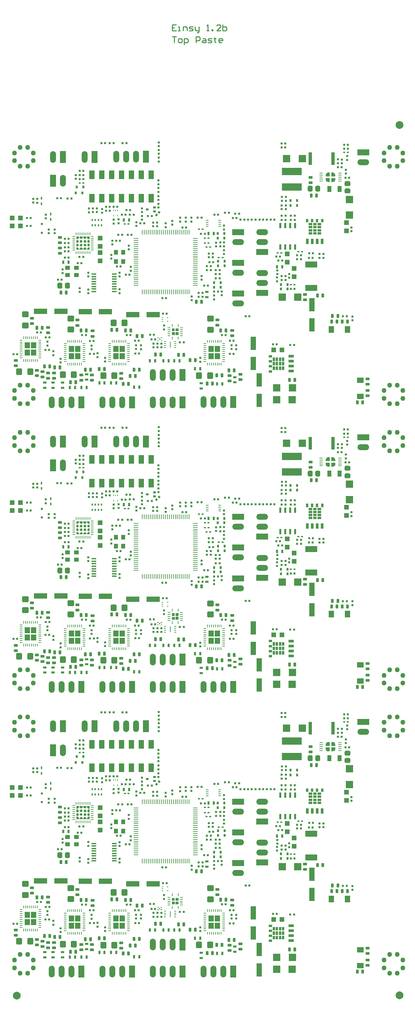
<source format=gtp>
G04*
G04 #@! TF.GenerationSoftware,Altium Limited,Altium Designer,19.1.5 (86)*
G04*
G04 Layer_Color=8421504*
%FSLAX24Y24*%
%MOIN*%
G70*
G01*
G75*
%ADD10C,0.0100*%
%ADD11O,0.1190X0.0590*%
%ADD12R,0.1190X0.0590*%
%ADD13R,0.0590X0.1190*%
%ADD14O,0.0590X0.1190*%
%ADD15R,0.0528X0.0618*%
G04:AMPARAMS|DCode=16|XSize=78.7mil|YSize=78.7mil|CornerRadius=39.4mil|HoleSize=0mil|Usage=FLASHONLY|Rotation=90.000|XOffset=0mil|YOffset=0mil|HoleType=Round|Shape=RoundedRectangle|*
%AMROUNDEDRECTD16*
21,1,0.0787,0.0000,0,0,90.0*
21,1,0.0000,0.0787,0,0,90.0*
1,1,0.0787,0.0000,0.0000*
1,1,0.0787,0.0000,0.0000*
1,1,0.0787,0.0000,0.0000*
1,1,0.0787,0.0000,0.0000*
%
%ADD16ROUNDEDRECTD16*%
%ADD17R,0.0260X0.0540*%
%ADD18R,0.0540X0.0260*%
G04:AMPARAMS|DCode=19|XSize=20mil|YSize=22mil|CornerRadius=3.4mil|HoleSize=0mil|Usage=FLASHONLY|Rotation=180.000|XOffset=0mil|YOffset=0mil|HoleType=Round|Shape=RoundedRectangle|*
%AMROUNDEDRECTD19*
21,1,0.0200,0.0152,0,0,180.0*
21,1,0.0132,0.0220,0,0,180.0*
1,1,0.0068,-0.0066,0.0076*
1,1,0.0068,0.0066,0.0076*
1,1,0.0068,0.0066,-0.0076*
1,1,0.0068,-0.0066,-0.0076*
%
%ADD19ROUNDEDRECTD19*%
G04:AMPARAMS|DCode=20|XSize=20mil|YSize=22mil|CornerRadius=3.4mil|HoleSize=0mil|Usage=FLASHONLY|Rotation=90.000|XOffset=0mil|YOffset=0mil|HoleType=Round|Shape=RoundedRectangle|*
%AMROUNDEDRECTD20*
21,1,0.0200,0.0152,0,0,90.0*
21,1,0.0132,0.0220,0,0,90.0*
1,1,0.0068,0.0076,0.0066*
1,1,0.0068,0.0076,-0.0066*
1,1,0.0068,-0.0076,-0.0066*
1,1,0.0068,-0.0076,0.0066*
%
%ADD20ROUNDEDRECTD20*%
%ADD21R,0.0197X0.0177*%
G04:AMPARAMS|DCode=22|XSize=20mil|YSize=22mil|CornerRadius=3.4mil|HoleSize=0mil|Usage=FLASHONLY|Rotation=225.000|XOffset=0mil|YOffset=0mil|HoleType=Round|Shape=RoundedRectangle|*
%AMROUNDEDRECTD22*
21,1,0.0200,0.0152,0,0,225.0*
21,1,0.0132,0.0220,0,0,225.0*
1,1,0.0068,-0.0100,0.0007*
1,1,0.0068,-0.0007,0.0100*
1,1,0.0068,0.0100,-0.0007*
1,1,0.0068,0.0007,-0.0100*
%
%ADD22ROUNDEDRECTD22*%
%ADD23R,0.0571X0.0897*%
%ADD24R,0.0295X0.0097*%
G04:AMPARAMS|DCode=25|XSize=27.1mil|YSize=37.4mil|CornerRadius=4.8mil|HoleSize=0mil|Usage=FLASHONLY|Rotation=180.000|XOffset=0mil|YOffset=0mil|HoleType=Round|Shape=RoundedRectangle|*
%AMROUNDEDRECTD25*
21,1,0.0271,0.0277,0,0,180.0*
21,1,0.0175,0.0374,0,0,180.0*
1,1,0.0097,-0.0087,0.0139*
1,1,0.0097,0.0087,0.0139*
1,1,0.0097,0.0087,-0.0139*
1,1,0.0097,-0.0087,-0.0139*
%
%ADD25ROUNDEDRECTD25*%
%ADD26R,0.1988X0.0762*%
%ADD27R,0.0770X0.0770*%
G04:AMPARAMS|DCode=28|XSize=50mil|YSize=58mil|CornerRadius=12mil|HoleSize=0mil|Usage=FLASHONLY|Rotation=270.000|XOffset=0mil|YOffset=0mil|HoleType=Round|Shape=RoundedRectangle|*
%AMROUNDEDRECTD28*
21,1,0.0500,0.0340,0,0,270.0*
21,1,0.0260,0.0580,0,0,270.0*
1,1,0.0240,-0.0170,-0.0130*
1,1,0.0240,-0.0170,0.0130*
1,1,0.0240,0.0170,0.0130*
1,1,0.0240,0.0170,-0.0130*
%
%ADD28ROUNDEDRECTD28*%
%ADD29R,0.0413X0.0649*%
%ADD30R,0.0523X0.0689*%
%ADD31R,0.0180X0.0260*%
%ADD32R,0.0480X0.0130*%
%ADD33R,0.1240X0.0610*%
G04:AMPARAMS|DCode=34|XSize=50mil|YSize=58mil|CornerRadius=12mil|HoleSize=0mil|Usage=FLASHONLY|Rotation=180.000|XOffset=0mil|YOffset=0mil|HoleType=Round|Shape=RoundedRectangle|*
%AMROUNDEDRECTD34*
21,1,0.0500,0.0340,0,0,180.0*
21,1,0.0260,0.0580,0,0,180.0*
1,1,0.0240,-0.0130,0.0170*
1,1,0.0240,0.0130,0.0170*
1,1,0.0240,0.0130,-0.0170*
1,1,0.0240,-0.0130,-0.0170*
%
%ADD34ROUNDEDRECTD34*%
%ADD35R,0.0500X0.0400*%
%ADD36R,0.0180X0.0240*%
G04:AMPARAMS|DCode=37|XSize=27.1mil|YSize=37.4mil|CornerRadius=4.8mil|HoleSize=0mil|Usage=FLASHONLY|Rotation=90.000|XOffset=0mil|YOffset=0mil|HoleType=Round|Shape=RoundedRectangle|*
%AMROUNDEDRECTD37*
21,1,0.0271,0.0277,0,0,90.0*
21,1,0.0175,0.0374,0,0,90.0*
1,1,0.0097,0.0139,0.0087*
1,1,0.0097,0.0139,-0.0087*
1,1,0.0097,-0.0139,-0.0087*
1,1,0.0097,-0.0139,0.0087*
%
%ADD37ROUNDEDRECTD37*%
%ADD38O,0.0078X0.0492*%
%ADD39O,0.0492X0.0078*%
%ADD40R,0.0220X0.0220*%
%ADD41R,0.0334X0.1279*%
%ADD42C,0.0500*%
G04:AMPARAMS|DCode=43|XSize=61mil|YSize=69mil|CornerRadius=14.8mil|HoleSize=0mil|Usage=FLASHONLY|Rotation=90.000|XOffset=0mil|YOffset=0mil|HoleType=Round|Shape=RoundedRectangle|*
%AMROUNDEDRECTD43*
21,1,0.0610,0.0395,0,0,90.0*
21,1,0.0315,0.0690,0,0,90.0*
1,1,0.0295,0.0198,0.0158*
1,1,0.0295,0.0198,-0.0158*
1,1,0.0295,-0.0198,-0.0158*
1,1,0.0295,-0.0198,0.0158*
%
%ADD43ROUNDEDRECTD43*%
%ADD44R,0.1319X0.0531*%
%ADD45R,0.0220X0.0580*%
%ADD46R,0.0460X0.0460*%
%ADD47R,0.0244X0.0326*%
%ADD48O,0.0078X0.0315*%
%ADD49O,0.0315X0.0078*%
G04:AMPARAMS|DCode=50|XSize=9mil|YSize=29.5mil|CornerRadius=3.4mil|HoleSize=0mil|Usage=FLASHONLY|Rotation=180.000|XOffset=0mil|YOffset=0mil|HoleType=Round|Shape=RoundedRectangle|*
%AMROUNDEDRECTD50*
21,1,0.0090,0.0227,0,0,180.0*
21,1,0.0022,0.0295,0,0,180.0*
1,1,0.0068,-0.0011,0.0113*
1,1,0.0068,0.0011,0.0113*
1,1,0.0068,0.0011,-0.0113*
1,1,0.0068,-0.0011,-0.0113*
%
%ADD50ROUNDEDRECTD50*%
G04:AMPARAMS|DCode=51|XSize=9mil|YSize=29.5mil|CornerRadius=3.4mil|HoleSize=0mil|Usage=FLASHONLY|Rotation=270.000|XOffset=0mil|YOffset=0mil|HoleType=Round|Shape=RoundedRectangle|*
%AMROUNDEDRECTD51*
21,1,0.0090,0.0227,0,0,270.0*
21,1,0.0022,0.0295,0,0,270.0*
1,1,0.0068,-0.0113,-0.0011*
1,1,0.0068,-0.0113,0.0011*
1,1,0.0068,0.0113,0.0011*
1,1,0.0068,0.0113,-0.0011*
%
%ADD51ROUNDEDRECTD51*%
%ADD52R,0.0216X0.0295*%
%ADD53R,0.0382X0.0097*%
%ADD54R,0.0295X0.0197*%
%ADD55R,0.0197X0.0078*%
%ADD56R,0.0059X0.0610*%
%ADD57R,0.0157X0.0098*%
%ADD58O,0.0090X0.0295*%
%ADD59O,0.0295X0.0090*%
%ADD60P,0.0185X4X180.0*%
%ADD61R,0.0098X0.0157*%
%ADD62R,0.0326X0.0244*%
%ADD63R,0.0531X0.1319*%
G04:AMPARAMS|DCode=64|XSize=61mil|YSize=69mil|CornerRadius=14.8mil|HoleSize=0mil|Usage=FLASHONLY|Rotation=180.000|XOffset=0mil|YOffset=0mil|HoleType=Round|Shape=RoundedRectangle|*
%AMROUNDEDRECTD64*
21,1,0.0610,0.0395,0,0,180.0*
21,1,0.0315,0.0690,0,0,180.0*
1,1,0.0295,-0.0158,0.0198*
1,1,0.0295,0.0158,0.0198*
1,1,0.0295,0.0158,-0.0198*
1,1,0.0295,-0.0158,-0.0198*
%
%ADD64ROUNDEDRECTD64*%
%ADD65R,0.0460X0.0460*%
%ADD66R,0.0770X0.0770*%
%ADD67R,0.0400X0.0500*%
%ADD68R,0.0689X0.0523*%
G36*
X33334Y53616D02*
X33359D01*
X33409Y53606D01*
X33455Y53587D01*
X33497Y53559D01*
X33533Y53523D01*
X33561Y53481D01*
X33580Y53435D01*
X33590Y53385D01*
Y53360D01*
X33590Y53215D01*
X33189Y53215D01*
X33189Y53616D01*
X33334Y53616D01*
D02*
G37*
G36*
X33035Y53211D02*
X32633Y53211D01*
X32633Y53356D01*
Y53382D01*
X32643Y53431D01*
X32663Y53478D01*
X32691Y53519D01*
X32726Y53555D01*
X32768Y53583D01*
X32815Y53602D01*
X32864Y53612D01*
X32889D01*
X33035Y53612D01*
X33035Y53211D01*
D02*
G37*
G36*
X33594Y52915D02*
Y52890D01*
X33584Y52841D01*
X33565Y52794D01*
X33537Y52752D01*
X33501Y52717D01*
X33459Y52689D01*
X33413Y52669D01*
X33363Y52659D01*
X33338D01*
X33192Y52659D01*
X33192Y53061D01*
X33594Y53061D01*
X33594Y52915D01*
D02*
G37*
G36*
X33039Y53057D02*
X33039Y52656D01*
X32893Y52656D01*
X32868D01*
X32819Y52665D01*
X32772Y52685D01*
X32730Y52713D01*
X32694Y52748D01*
X32666Y52790D01*
X32647Y52837D01*
X32637Y52886D01*
Y52911D01*
X32637Y53057D01*
X33039Y53057D01*
D02*
G37*
G36*
X32394Y48566D02*
X32158D01*
Y48920D01*
X32394D01*
Y48566D01*
D02*
G37*
G36*
X31883D02*
X31646D01*
Y48920D01*
X31883D01*
Y48566D01*
D02*
G37*
G36*
X31381D02*
X31144D01*
Y48920D01*
X31381D01*
Y48566D01*
D02*
G37*
G36*
X30869D02*
X30633D01*
Y48920D01*
X30869D01*
Y48566D01*
D02*
G37*
G36*
X32158Y48271D02*
X31804D01*
Y48507D01*
X32158D01*
Y48271D01*
D02*
G37*
G36*
X31705D02*
X31351D01*
Y48507D01*
X31705D01*
Y48271D01*
D02*
G37*
G36*
X31253D02*
X30898D01*
Y48507D01*
X31253D01*
Y48271D01*
D02*
G37*
G36*
X32158Y47966D02*
X31804D01*
Y48202D01*
X32158D01*
Y47966D01*
D02*
G37*
G36*
X31705D02*
X31351D01*
Y48202D01*
X31705D01*
Y47966D01*
D02*
G37*
G36*
X31253D02*
X30898D01*
Y48202D01*
X31253D01*
Y47966D01*
D02*
G37*
G36*
X32158Y47651D02*
X31804D01*
Y47887D01*
X32158D01*
Y47651D01*
D02*
G37*
G36*
X31705D02*
X31351D01*
Y47887D01*
X31705D01*
Y47651D01*
D02*
G37*
G36*
X31253D02*
X30898D01*
Y47887D01*
X31253D01*
Y47651D01*
D02*
G37*
G36*
X32158Y47345D02*
X31804D01*
Y47582D01*
X32158D01*
Y47345D01*
D02*
G37*
G36*
X31705D02*
X31351D01*
Y47582D01*
X31705D01*
Y47345D01*
D02*
G37*
G36*
X31253D02*
X30898D01*
Y47582D01*
X31253D01*
Y47345D01*
D02*
G37*
G36*
X8392Y47001D02*
X8293Y46903D01*
X8211D01*
X8116Y46996D01*
Y47130D01*
X8392D01*
Y47001D01*
D02*
G37*
G36*
X8018D02*
X7919Y46903D01*
X7837D01*
X7742Y46996D01*
Y47130D01*
X8018D01*
Y47001D01*
D02*
G37*
G36*
X8726Y46883D02*
X8608D01*
X8480Y47011D01*
Y47130D01*
X8726D01*
Y46883D01*
D02*
G37*
G36*
X7653Y47011D02*
X7526Y46883D01*
X7407D01*
Y47130D01*
X7653D01*
Y47011D01*
D02*
G37*
G36*
X8008Y46706D02*
Y46608D01*
X7929Y46529D01*
X7831D01*
X7742Y46618D01*
Y46696D01*
X7840Y46795D01*
X7919D01*
X8008Y46706D01*
D02*
G37*
G36*
X8726Y46519D02*
X8597D01*
X8500Y46618D01*
Y46700D01*
X8593Y46795D01*
X8726D01*
Y46519D01*
D02*
G37*
G36*
X8392Y46696D02*
Y46618D01*
X8293Y46519D01*
X8214D01*
X8126Y46608D01*
Y46706D01*
X8205Y46785D01*
X8303D01*
X8392Y46696D01*
D02*
G37*
G36*
X7634Y46696D02*
Y46608D01*
X7545Y46519D01*
X7407D01*
Y46795D01*
X7535D01*
X7634Y46696D01*
D02*
G37*
G36*
X8008Y46332D02*
Y46234D01*
X7929Y46155D01*
X7831D01*
X7742Y46244D01*
Y46322D01*
X7840Y46421D01*
X7919D01*
X8008Y46332D01*
D02*
G37*
G36*
X8726Y46145D02*
X8598D01*
X8500Y46244D01*
Y46332D01*
X8589Y46421D01*
X8726D01*
Y46145D01*
D02*
G37*
G36*
X8392Y46322D02*
Y46244D01*
X8293Y46145D01*
X8214D01*
X8126Y46234D01*
Y46332D01*
X8205Y46411D01*
X8303D01*
X8392Y46322D01*
D02*
G37*
G36*
X7634Y46322D02*
Y46240D01*
X7540Y46145D01*
X7407D01*
Y46421D01*
X7536D01*
X7634Y46322D01*
D02*
G37*
G36*
X8726Y45811D02*
X8480D01*
Y45929D01*
X8608Y46057D01*
X8726D01*
Y45811D01*
D02*
G37*
G36*
X8392Y45944D02*
Y45811D01*
X8116D01*
Y45940D01*
X8215Y46037D01*
X8297D01*
X8392Y45944D01*
D02*
G37*
G36*
X8018D02*
Y45811D01*
X7742D01*
Y45940D01*
X7841Y46037D01*
X7923D01*
X8018Y45944D01*
D02*
G37*
G36*
X7653Y45929D02*
Y45811D01*
X7407D01*
Y46057D01*
X7526D01*
X7653Y45929D01*
D02*
G37*
G36*
X17725Y37567D02*
X17438D01*
Y37850D01*
X17725D01*
Y37567D01*
D02*
G37*
G36*
X17347Y37563D02*
X17064D01*
Y37850D01*
X17347D01*
Y37563D01*
D02*
G37*
G36*
X17725Y37189D02*
X17442D01*
Y37476D01*
X17725D01*
Y37189D01*
D02*
G37*
G36*
X17351D02*
X17064D01*
Y37472D01*
X17351D01*
Y37189D01*
D02*
G37*
G36*
X16064Y36870D02*
X15971Y36870D01*
X15922Y36919D01*
X15922Y36952D01*
X16064D01*
Y36870D01*
D02*
G37*
G36*
X15737Y36919D02*
X15688Y36870D01*
X15595Y36870D01*
Y36952D01*
X15737D01*
X15737Y36919D01*
D02*
G37*
G36*
X16064Y36610D02*
X15922D01*
X15922Y36643D01*
X15971Y36692D01*
X16064Y36692D01*
Y36610D01*
D02*
G37*
G36*
X15688Y36692D02*
X15737Y36643D01*
X15737Y36610D01*
X15595D01*
Y36692D01*
X15688Y36692D01*
D02*
G37*
G36*
X27207Y34917D02*
X26853D01*
Y35153D01*
X27207D01*
Y34917D01*
D02*
G37*
G36*
X28427Y34562D02*
X28191D01*
Y34917D01*
X28427D01*
Y34562D01*
D02*
G37*
G36*
X28122D02*
X27886D01*
Y34917D01*
X28122D01*
Y34562D01*
D02*
G37*
G36*
X27807D02*
X27571D01*
Y34917D01*
X27807D01*
Y34562D01*
D02*
G37*
G36*
X27502D02*
X27266D01*
Y34917D01*
X27502D01*
Y34562D01*
D02*
G37*
G36*
X27207Y34405D02*
X26853D01*
Y34641D01*
X27207D01*
Y34405D01*
D02*
G37*
G36*
X28427Y34110D02*
X28191D01*
Y34464D01*
X28427D01*
Y34110D01*
D02*
G37*
G36*
X28122D02*
X27886D01*
Y34464D01*
X28122D01*
Y34110D01*
D02*
G37*
G36*
X27807D02*
X27571D01*
Y34464D01*
X27807D01*
Y34110D01*
D02*
G37*
G36*
X27502D02*
X27266D01*
Y34464D01*
X27502D01*
Y34110D01*
D02*
G37*
G36*
X27207Y33903D02*
X26853D01*
Y34139D01*
X27207D01*
Y33903D01*
D02*
G37*
G36*
X28427Y33657D02*
X28191D01*
Y34011D01*
X28427D01*
Y33657D01*
D02*
G37*
G36*
X28122D02*
X27886D01*
Y34011D01*
X28122D01*
Y33657D01*
D02*
G37*
G36*
X27807D02*
X27571D01*
Y34011D01*
X27807D01*
Y33657D01*
D02*
G37*
G36*
X27502D02*
X27266D01*
Y34011D01*
X27502D01*
Y33657D01*
D02*
G37*
G36*
X27207Y33391D02*
X26853D01*
Y33627D01*
X27207D01*
Y33391D01*
D02*
G37*
G36*
X33334Y24837D02*
X33359D01*
X33409Y24827D01*
X33455Y24807D01*
X33497Y24779D01*
X33533Y24744D01*
X33561Y24702D01*
X33580Y24655D01*
X33590Y24606D01*
Y24581D01*
X33590Y24435D01*
X33189Y24435D01*
X33189Y24837D01*
X33334Y24837D01*
D02*
G37*
G36*
X33035Y24431D02*
X32633Y24431D01*
X32633Y24577D01*
Y24602D01*
X32643Y24651D01*
X32663Y24698D01*
X32691Y24740D01*
X32726Y24776D01*
X32768Y24804D01*
X32815Y24823D01*
X32864Y24833D01*
X32889D01*
X33035Y24833D01*
X33035Y24431D01*
D02*
G37*
G36*
X33594Y24136D02*
Y24111D01*
X33584Y24061D01*
X33565Y24015D01*
X33537Y23973D01*
X33501Y23937D01*
X33459Y23909D01*
X33413Y23890D01*
X33363Y23880D01*
X33338D01*
X33192Y23880D01*
X33192Y24281D01*
X33594Y24281D01*
X33594Y24136D01*
D02*
G37*
G36*
X33039Y24278D02*
X33039Y23876D01*
X32893Y23876D01*
X32868D01*
X32819Y23886D01*
X32772Y23905D01*
X32730Y23933D01*
X32694Y23969D01*
X32666Y24011D01*
X32647Y24057D01*
X32637Y24107D01*
Y24132D01*
X32637Y24278D01*
X33039Y24278D01*
D02*
G37*
G36*
X32394Y19786D02*
X32158D01*
Y20141D01*
X32394D01*
Y19786D01*
D02*
G37*
G36*
X31883D02*
X31646D01*
Y20141D01*
X31883D01*
Y19786D01*
D02*
G37*
G36*
X31381D02*
X31144D01*
Y20141D01*
X31381D01*
Y19786D01*
D02*
G37*
G36*
X30869D02*
X30633D01*
Y20141D01*
X30869D01*
Y19786D01*
D02*
G37*
G36*
X32158Y19491D02*
X31804D01*
Y19727D01*
X32158D01*
Y19491D01*
D02*
G37*
G36*
X31705D02*
X31351D01*
Y19727D01*
X31705D01*
Y19491D01*
D02*
G37*
G36*
X31253D02*
X30898D01*
Y19727D01*
X31253D01*
Y19491D01*
D02*
G37*
G36*
X32158Y19186D02*
X31804D01*
Y19422D01*
X32158D01*
Y19186D01*
D02*
G37*
G36*
X31705D02*
X31351D01*
Y19422D01*
X31705D01*
Y19186D01*
D02*
G37*
G36*
X31253D02*
X30898D01*
Y19422D01*
X31253D01*
Y19186D01*
D02*
G37*
G36*
X32158Y18871D02*
X31804D01*
Y19107D01*
X32158D01*
Y18871D01*
D02*
G37*
G36*
X31705D02*
X31351D01*
Y19107D01*
X31705D01*
Y18871D01*
D02*
G37*
G36*
X31253D02*
X30898D01*
Y19107D01*
X31253D01*
Y18871D01*
D02*
G37*
G36*
X32158Y18566D02*
X31804D01*
Y18802D01*
X32158D01*
Y18566D01*
D02*
G37*
G36*
X31705D02*
X31351D01*
Y18802D01*
X31705D01*
Y18566D01*
D02*
G37*
G36*
X31253D02*
X30898D01*
Y18802D01*
X31253D01*
Y18566D01*
D02*
G37*
G36*
X8392Y18221D02*
X8293Y18124D01*
X8211D01*
X8116Y18217D01*
Y18350D01*
X8392D01*
Y18221D01*
D02*
G37*
G36*
X8018D02*
X7919Y18124D01*
X7837D01*
X7742Y18217D01*
Y18350D01*
X8018D01*
Y18221D01*
D02*
G37*
G36*
X8726Y18104D02*
X8608D01*
X8480Y18232D01*
Y18350D01*
X8726D01*
Y18104D01*
D02*
G37*
G36*
X7653Y18232D02*
X7526Y18104D01*
X7407D01*
Y18350D01*
X7653D01*
Y18232D01*
D02*
G37*
G36*
X8008Y17927D02*
Y17828D01*
X7929Y17750D01*
X7831D01*
X7742Y17838D01*
Y17917D01*
X7840Y18015D01*
X7919D01*
X8008Y17927D01*
D02*
G37*
G36*
X8726Y17740D02*
X8597D01*
X8500Y17839D01*
Y17921D01*
X8593Y18015D01*
X8726D01*
Y17740D01*
D02*
G37*
G36*
X8392Y17917D02*
Y17838D01*
X8293Y17740D01*
X8214D01*
X8126Y17828D01*
Y17927D01*
X8205Y18006D01*
X8303D01*
X8392Y17917D01*
D02*
G37*
G36*
X7634Y17917D02*
Y17828D01*
X7545Y17740D01*
X7407D01*
Y18015D01*
X7535D01*
X7634Y17917D01*
D02*
G37*
G36*
X8008Y17553D02*
Y17454D01*
X7929Y17376D01*
X7831D01*
X7742Y17464D01*
Y17543D01*
X7840Y17641D01*
X7919D01*
X8008Y17553D01*
D02*
G37*
G36*
X8726Y17366D02*
X8598D01*
X8500Y17464D01*
Y17553D01*
X8589Y17641D01*
X8726D01*
Y17366D01*
D02*
G37*
G36*
X8392Y17543D02*
Y17464D01*
X8293Y17366D01*
X8214D01*
X8126Y17454D01*
Y17553D01*
X8205Y17631D01*
X8303D01*
X8392Y17543D01*
D02*
G37*
G36*
X7634Y17542D02*
Y17461D01*
X7540Y17366D01*
X7407D01*
Y17641D01*
X7536D01*
X7634Y17542D01*
D02*
G37*
G36*
X8726Y17031D02*
X8480D01*
Y17149D01*
X8608Y17277D01*
X8726D01*
Y17031D01*
D02*
G37*
G36*
X8392Y17164D02*
Y17031D01*
X8116D01*
Y17160D01*
X8215Y17257D01*
X8297D01*
X8392Y17164D01*
D02*
G37*
G36*
X8018D02*
Y17031D01*
X7742D01*
Y17160D01*
X7841Y17257D01*
X7923D01*
X8018Y17164D01*
D02*
G37*
G36*
X7653Y17149D02*
Y17031D01*
X7407D01*
Y17277D01*
X7526D01*
X7653Y17149D01*
D02*
G37*
G36*
X17725Y8787D02*
X17438D01*
Y9071D01*
X17725D01*
Y8787D01*
D02*
G37*
G36*
X17347Y8783D02*
X17064D01*
Y9071D01*
X17347D01*
Y8783D01*
D02*
G37*
G36*
X17725Y8409D02*
X17442D01*
Y8697D01*
X17725D01*
Y8409D01*
D02*
G37*
G36*
X17351D02*
X17064D01*
Y8693D01*
X17351D01*
Y8409D01*
D02*
G37*
G36*
X16064Y8090D02*
X15971Y8090D01*
X15922Y8139D01*
X15922Y8173D01*
X16064D01*
Y8090D01*
D02*
G37*
G36*
X15737Y8139D02*
X15688Y8090D01*
X15595Y8090D01*
Y8173D01*
X15737D01*
X15737Y8139D01*
D02*
G37*
G36*
X16064Y7831D02*
X15922D01*
X15922Y7864D01*
X15971Y7913D01*
X16064Y7913D01*
Y7831D01*
D02*
G37*
G36*
X15688Y7913D02*
X15737Y7864D01*
X15737Y7831D01*
X15595D01*
Y7913D01*
X15688Y7913D01*
D02*
G37*
G36*
X27207Y6137D02*
X26853D01*
Y6373D01*
X27207D01*
Y6137D01*
D02*
G37*
G36*
X28427Y5783D02*
X28191D01*
Y6137D01*
X28427D01*
Y5783D01*
D02*
G37*
G36*
X28122D02*
X27886D01*
Y6137D01*
X28122D01*
Y5783D01*
D02*
G37*
G36*
X27807D02*
X27571D01*
Y6137D01*
X27807D01*
Y5783D01*
D02*
G37*
G36*
X27502D02*
X27266D01*
Y6137D01*
X27502D01*
Y5783D01*
D02*
G37*
G36*
X27207Y5625D02*
X26853D01*
Y5862D01*
X27207D01*
Y5625D01*
D02*
G37*
G36*
X28427Y5330D02*
X28191D01*
Y5684D01*
X28427D01*
Y5330D01*
D02*
G37*
G36*
X28122D02*
X27886D01*
Y5684D01*
X28122D01*
Y5330D01*
D02*
G37*
G36*
X27807D02*
X27571D01*
Y5684D01*
X27807D01*
Y5330D01*
D02*
G37*
G36*
X27502D02*
X27266D01*
Y5684D01*
X27502D01*
Y5330D01*
D02*
G37*
G36*
X27207Y5123D02*
X26853D01*
Y5360D01*
X27207D01*
Y5123D01*
D02*
G37*
G36*
X28427Y4877D02*
X28191D01*
Y5232D01*
X28427D01*
Y4877D01*
D02*
G37*
G36*
X28122D02*
X27886D01*
Y5232D01*
X28122D01*
Y4877D01*
D02*
G37*
G36*
X27807D02*
X27571D01*
Y5232D01*
X27807D01*
Y4877D01*
D02*
G37*
G36*
X27502D02*
X27266D01*
Y5232D01*
X27502D01*
Y4877D01*
D02*
G37*
G36*
X27207Y4612D02*
X26853D01*
Y4848D01*
X27207D01*
Y4612D01*
D02*
G37*
G36*
X33334Y-3943D02*
X33359D01*
X33409Y-3953D01*
X33455Y-3972D01*
X33497Y-4000D01*
X33533Y-4036D01*
X33561Y-4078D01*
X33580Y-4124D01*
X33590Y-4174D01*
Y-4199D01*
X33590Y-4344D01*
X33189Y-4344D01*
X33189Y-3943D01*
X33334Y-3943D01*
D02*
G37*
G36*
X33035Y-4348D02*
X32633Y-4348D01*
X32633Y-4203D01*
Y-4178D01*
X32643Y-4128D01*
X32663Y-4082D01*
X32691Y-4040D01*
X32726Y-4004D01*
X32768Y-3976D01*
X32815Y-3957D01*
X32864Y-3947D01*
X32889D01*
X33035Y-3947D01*
X33035Y-4348D01*
D02*
G37*
G36*
X33594Y-4644D02*
Y-4669D01*
X33584Y-4718D01*
X33565Y-4765D01*
X33537Y-4807D01*
X33501Y-4842D01*
X33459Y-4870D01*
X33413Y-4890D01*
X33363Y-4900D01*
X33338D01*
X33192Y-4900D01*
X33192Y-4498D01*
X33594Y-4498D01*
X33594Y-4644D01*
D02*
G37*
G36*
X33039Y-4502D02*
X33039Y-4904D01*
X32893Y-4904D01*
X32868D01*
X32819Y-4894D01*
X32772Y-4874D01*
X32730Y-4846D01*
X32694Y-4811D01*
X32666Y-4769D01*
X32647Y-4722D01*
X32637Y-4673D01*
Y-4648D01*
X32637Y-4502D01*
X33039Y-4502D01*
D02*
G37*
G36*
X32394Y-8993D02*
X32158D01*
Y-8639D01*
X32394D01*
Y-8993D01*
D02*
G37*
G36*
X31883D02*
X31646D01*
Y-8639D01*
X31883D01*
Y-8993D01*
D02*
G37*
G36*
X31381D02*
X31144D01*
Y-8639D01*
X31381D01*
Y-8993D01*
D02*
G37*
G36*
X30869D02*
X30633D01*
Y-8639D01*
X30869D01*
Y-8993D01*
D02*
G37*
G36*
X32158Y-9288D02*
X31804D01*
Y-9052D01*
X32158D01*
Y-9288D01*
D02*
G37*
G36*
X31705D02*
X31351D01*
Y-9052D01*
X31705D01*
Y-9288D01*
D02*
G37*
G36*
X31253D02*
X30898D01*
Y-9052D01*
X31253D01*
Y-9288D01*
D02*
G37*
G36*
X32158Y-9594D02*
X31804D01*
Y-9357D01*
X32158D01*
Y-9594D01*
D02*
G37*
G36*
X31705D02*
X31351D01*
Y-9357D01*
X31705D01*
Y-9594D01*
D02*
G37*
G36*
X31253D02*
X30898D01*
Y-9357D01*
X31253D01*
Y-9594D01*
D02*
G37*
G36*
X32158Y-9908D02*
X31804D01*
Y-9672D01*
X32158D01*
Y-9908D01*
D02*
G37*
G36*
X31705D02*
X31351D01*
Y-9672D01*
X31705D01*
Y-9908D01*
D02*
G37*
G36*
X31253D02*
X30898D01*
Y-9672D01*
X31253D01*
Y-9908D01*
D02*
G37*
G36*
X32158Y-10214D02*
X31804D01*
Y-9977D01*
X32158D01*
Y-10214D01*
D02*
G37*
G36*
X31705D02*
X31351D01*
Y-9977D01*
X31705D01*
Y-10214D01*
D02*
G37*
G36*
X31253D02*
X30898D01*
Y-9977D01*
X31253D01*
Y-10214D01*
D02*
G37*
G36*
X8392Y-10558D02*
X8293Y-10656D01*
X8211D01*
X8116Y-10563D01*
Y-10430D01*
X8392D01*
Y-10558D01*
D02*
G37*
G36*
X8018D02*
X7919Y-10656D01*
X7837D01*
X7742Y-10563D01*
Y-10430D01*
X8018D01*
Y-10558D01*
D02*
G37*
G36*
X8726Y-10676D02*
X8608D01*
X8480Y-10548D01*
Y-10430D01*
X8726D01*
Y-10676D01*
D02*
G37*
G36*
X7653Y-10548D02*
X7526Y-10676D01*
X7407D01*
Y-10430D01*
X7653D01*
Y-10548D01*
D02*
G37*
G36*
X8008Y-10853D02*
Y-10951D01*
X7929Y-11030D01*
X7831D01*
X7742Y-10941D01*
Y-10863D01*
X7840Y-10764D01*
X7919D01*
X8008Y-10853D01*
D02*
G37*
G36*
X8726Y-11040D02*
X8597D01*
X8500Y-10941D01*
Y-10859D01*
X8593Y-10764D01*
X8726D01*
Y-11040D01*
D02*
G37*
G36*
X8392Y-10863D02*
Y-10941D01*
X8293Y-11040D01*
X8214D01*
X8126Y-10951D01*
Y-10853D01*
X8205Y-10774D01*
X8303D01*
X8392Y-10863D01*
D02*
G37*
G36*
X7634Y-10863D02*
Y-10951D01*
X7545Y-11040D01*
X7407D01*
Y-10764D01*
X7535D01*
X7634Y-10863D01*
D02*
G37*
G36*
X8008Y-11227D02*
Y-11325D01*
X7929Y-11404D01*
X7831D01*
X7742Y-11315D01*
Y-11237D01*
X7840Y-11138D01*
X7919D01*
X8008Y-11227D01*
D02*
G37*
G36*
X8726Y-11414D02*
X8598D01*
X8500Y-11315D01*
Y-11227D01*
X8589Y-11138D01*
X8726D01*
Y-11414D01*
D02*
G37*
G36*
X8392Y-11237D02*
Y-11315D01*
X8293Y-11414D01*
X8214D01*
X8126Y-11325D01*
Y-11227D01*
X8205Y-11148D01*
X8303D01*
X8392Y-11237D01*
D02*
G37*
G36*
X7634Y-11237D02*
Y-11319D01*
X7540Y-11414D01*
X7407D01*
Y-11138D01*
X7536D01*
X7634Y-11237D01*
D02*
G37*
G36*
X8726Y-11748D02*
X8480D01*
Y-11630D01*
X8608Y-11502D01*
X8726D01*
Y-11748D01*
D02*
G37*
G36*
X8392Y-11615D02*
Y-11748D01*
X8116D01*
Y-11620D01*
X8215Y-11522D01*
X8297D01*
X8392Y-11615D01*
D02*
G37*
G36*
X8018D02*
Y-11748D01*
X7742D01*
Y-11620D01*
X7841Y-11522D01*
X7923D01*
X8018Y-11615D01*
D02*
G37*
G36*
X7653Y-11630D02*
Y-11748D01*
X7407D01*
Y-11502D01*
X7526D01*
X7653Y-11630D01*
D02*
G37*
G36*
X17725Y-19992D02*
X17438D01*
Y-19709D01*
X17725D01*
Y-19992D01*
D02*
G37*
G36*
X17347Y-19996D02*
X17064D01*
Y-19709D01*
X17347D01*
Y-19996D01*
D02*
G37*
G36*
X17725Y-20370D02*
X17442D01*
Y-20083D01*
X17725D01*
Y-20370D01*
D02*
G37*
G36*
X17351D02*
X17064D01*
Y-20087D01*
X17351D01*
Y-20370D01*
D02*
G37*
G36*
X16064Y-20689D02*
X15971Y-20689D01*
X15922Y-20640D01*
X15922Y-20607D01*
X16064D01*
Y-20689D01*
D02*
G37*
G36*
X15737Y-20640D02*
X15688Y-20689D01*
X15595Y-20689D01*
Y-20607D01*
X15737D01*
X15737Y-20640D01*
D02*
G37*
G36*
X16064Y-20949D02*
X15922D01*
X15922Y-20916D01*
X15971Y-20867D01*
X16064Y-20867D01*
Y-20949D01*
D02*
G37*
G36*
X15688Y-20867D02*
X15737Y-20916D01*
X15737Y-20949D01*
X15595D01*
Y-20867D01*
X15688Y-20867D01*
D02*
G37*
G36*
X27207Y-22642D02*
X26853D01*
Y-22406D01*
X27207D01*
Y-22642D01*
D02*
G37*
G36*
X28427Y-22997D02*
X28191D01*
Y-22642D01*
X28427D01*
Y-22997D01*
D02*
G37*
G36*
X28122D02*
X27886D01*
Y-22642D01*
X28122D01*
Y-22997D01*
D02*
G37*
G36*
X27807D02*
X27571D01*
Y-22642D01*
X27807D01*
Y-22997D01*
D02*
G37*
G36*
X27502D02*
X27266D01*
Y-22642D01*
X27502D01*
Y-22997D01*
D02*
G37*
G36*
X27207Y-23154D02*
X26853D01*
Y-22918D01*
X27207D01*
Y-23154D01*
D02*
G37*
G36*
X28427Y-23449D02*
X28191D01*
Y-23095D01*
X28427D01*
Y-23449D01*
D02*
G37*
G36*
X28122D02*
X27886D01*
Y-23095D01*
X28122D01*
Y-23449D01*
D02*
G37*
G36*
X27807D02*
X27571D01*
Y-23095D01*
X27807D01*
Y-23449D01*
D02*
G37*
G36*
X27502D02*
X27266D01*
Y-23095D01*
X27502D01*
Y-23449D01*
D02*
G37*
G36*
X27207Y-23656D02*
X26853D01*
Y-23420D01*
X27207D01*
Y-23656D01*
D02*
G37*
G36*
X28427Y-23902D02*
X28191D01*
Y-23548D01*
X28427D01*
Y-23902D01*
D02*
G37*
G36*
X28122D02*
X27886D01*
Y-23548D01*
X28122D01*
Y-23902D01*
D02*
G37*
G36*
X27807D02*
X27571D01*
Y-23548D01*
X27807D01*
Y-23902D01*
D02*
G37*
G36*
X27502D02*
X27266D01*
Y-23548D01*
X27502D01*
Y-23902D01*
D02*
G37*
G36*
X27207Y-24168D02*
X26853D01*
Y-23932D01*
X27207D01*
Y-24168D01*
D02*
G37*
G54D10*
X17098Y67342D02*
X17498D01*
X17298D01*
Y66743D01*
X17798D02*
X17998D01*
X18098Y66842D01*
Y67042D01*
X17998Y67142D01*
X17798D01*
X17698Y67042D01*
Y66842D01*
X17798Y66743D01*
X18298Y66543D02*
Y67142D01*
X18598D01*
X18698Y67042D01*
Y66842D01*
X18598Y66743D01*
X18298D01*
X19498D02*
Y67342D01*
X19797D01*
X19897Y67242D01*
Y67042D01*
X19797Y66942D01*
X19498D01*
X20197Y67142D02*
X20397D01*
X20497Y67042D01*
Y66743D01*
X20197D01*
X20097Y66842D01*
X20197Y66942D01*
X20497D01*
X20697Y66743D02*
X20997D01*
X21097Y66842D01*
X20997Y66942D01*
X20797D01*
X20697Y67042D01*
X20797Y67142D01*
X21097D01*
X21397Y67242D02*
Y67142D01*
X21297D01*
X21497D01*
X21397D01*
Y66842D01*
X21497Y66743D01*
X22097D02*
X21897D01*
X21797Y66842D01*
Y67042D01*
X21897Y67142D01*
X22097D01*
X22197Y67042D01*
Y66942D01*
X21797D01*
X17498Y68542D02*
X17098D01*
Y67943D01*
X17498D01*
X17098Y68242D02*
X17298D01*
X17698Y67943D02*
X17898D01*
X17798D01*
Y68342D01*
X17698D01*
X18198Y67943D02*
Y68342D01*
X18498D01*
X18598Y68242D01*
Y67943D01*
X18798D02*
X19098D01*
X19198Y68042D01*
X19098Y68142D01*
X18898D01*
X18798Y68242D01*
X18898Y68342D01*
X19198D01*
X19398D02*
Y68042D01*
X19498Y67943D01*
X19797D01*
Y67843D01*
X19698Y67743D01*
X19598D01*
X19797Y67943D02*
Y68342D01*
X20597Y67943D02*
X20797D01*
X20697D01*
Y68542D01*
X20597Y68442D01*
X21097Y67943D02*
Y68042D01*
X21197D01*
Y67943D01*
X21097D01*
X21997D02*
X21597D01*
X21997Y68342D01*
Y68442D01*
X21897Y68542D01*
X21697D01*
X21597Y68442D01*
X22197Y68542D02*
Y67943D01*
X22497D01*
X22597Y68042D01*
Y68142D01*
Y68242D01*
X22497Y68342D01*
X22197D01*
G54D11*
X26197Y-14119D02*
D03*
Y-15119D02*
D03*
X23771Y-10972D02*
D03*
Y-14083D02*
D03*
Y-17193D02*
D03*
X36417Y-2929D02*
D03*
X26207Y-10979D02*
D03*
Y-9979D02*
D03*
X26197Y14661D02*
D03*
Y13661D02*
D03*
X23771Y17807D02*
D03*
Y14697D02*
D03*
Y11587D02*
D03*
X36417Y25851D02*
D03*
X26207Y17801D02*
D03*
Y18801D02*
D03*
X26197Y43440D02*
D03*
Y42440D02*
D03*
X23771Y46587D02*
D03*
Y43476D02*
D03*
Y40366D02*
D03*
X36417Y54630D02*
D03*
X26207Y46580D02*
D03*
Y47580D02*
D03*
G54D12*
X26197Y-16119D02*
D03*
X23771Y-9972D02*
D03*
Y-13083D02*
D03*
Y-16193D02*
D03*
X36417Y-1929D02*
D03*
X26207Y-11979D02*
D03*
X26197Y12661D02*
D03*
X23771Y18807D02*
D03*
Y15697D02*
D03*
Y12587D02*
D03*
X36417Y26851D02*
D03*
X26207Y16801D02*
D03*
X26197Y41440D02*
D03*
X23771Y47587D02*
D03*
Y44476D02*
D03*
Y41366D02*
D03*
X36417Y55630D02*
D03*
X26207Y45580D02*
D03*
G54D13*
X9249Y-2366D02*
D03*
X14429Y-2362D02*
D03*
X7909Y-27166D02*
D03*
X13027D02*
D03*
X18146Y-24411D02*
D03*
Y-27166D02*
D03*
X23268Y-27163D02*
D03*
X5039Y-4776D02*
D03*
X6039Y-2366D02*
D03*
X9249Y26413D02*
D03*
X14429Y26417D02*
D03*
X7909Y1613D02*
D03*
X13027D02*
D03*
X18146Y4369D02*
D03*
Y1613D02*
D03*
X23268Y1617D02*
D03*
X5039Y24003D02*
D03*
X6039Y26413D02*
D03*
X9249Y55193D02*
D03*
X14429Y55197D02*
D03*
X7909Y30393D02*
D03*
X13027D02*
D03*
X18146Y33149D02*
D03*
Y30393D02*
D03*
X23268Y30397D02*
D03*
X5039Y52783D02*
D03*
X6039Y55193D02*
D03*
G54D14*
X8249Y-2366D02*
D03*
X11429Y-2362D02*
D03*
X12429D02*
D03*
X13429D02*
D03*
X6909Y-27166D02*
D03*
X5909D02*
D03*
X4909D02*
D03*
X12027D02*
D03*
X11027D02*
D03*
X10027D02*
D03*
X17146Y-24411D02*
D03*
X16146D02*
D03*
X15146D02*
D03*
X17146Y-27166D02*
D03*
X16146D02*
D03*
X15146D02*
D03*
X22268Y-27163D02*
D03*
X21268D02*
D03*
X20268D02*
D03*
X6039Y-4776D02*
D03*
X5039Y-2366D02*
D03*
X8249Y26413D02*
D03*
X11429Y26417D02*
D03*
X12429D02*
D03*
X13429D02*
D03*
X6909Y1613D02*
D03*
X5909D02*
D03*
X4909D02*
D03*
X12027D02*
D03*
X11027D02*
D03*
X10027D02*
D03*
X17146Y4369D02*
D03*
X16146D02*
D03*
X15146D02*
D03*
X17146Y1613D02*
D03*
X16146D02*
D03*
X15146D02*
D03*
X22268Y1617D02*
D03*
X21268D02*
D03*
X20268D02*
D03*
X6039Y24003D02*
D03*
X5039Y26413D02*
D03*
X8249Y55193D02*
D03*
X11429Y55197D02*
D03*
X12429D02*
D03*
X13429D02*
D03*
X6909Y30393D02*
D03*
X5909D02*
D03*
X4909D02*
D03*
X12027D02*
D03*
X11027D02*
D03*
X10027D02*
D03*
X17146Y33149D02*
D03*
X16146D02*
D03*
X15146D02*
D03*
X17146Y30393D02*
D03*
X16146D02*
D03*
X15146D02*
D03*
X22268Y30397D02*
D03*
X21268D02*
D03*
X20268D02*
D03*
X6039Y52783D02*
D03*
X5039Y55193D02*
D03*
G54D15*
X21034Y-22517D02*
D03*
X21680Y-21780D02*
D03*
X21034Y-21780D02*
D03*
X21680Y-22517D02*
D03*
X3066Y-22157D02*
D03*
X2420Y-21420D02*
D03*
X3066Y-21420D02*
D03*
X2420Y-22157D02*
D03*
X7540Y-22517D02*
D03*
X6894Y-21780D02*
D03*
X7540Y-21780D02*
D03*
X6894Y-22517D02*
D03*
X12040Y-22517D02*
D03*
X11394Y-21780D02*
D03*
X12040Y-21780D02*
D03*
X11394Y-22517D02*
D03*
X21034Y6263D02*
D03*
X21680Y7000D02*
D03*
X21034Y6999D02*
D03*
X21680Y6263D02*
D03*
X3066Y6623D02*
D03*
X2420Y7359D02*
D03*
X3066Y7360D02*
D03*
X2420Y6623D02*
D03*
X7540Y6263D02*
D03*
X6894Y6999D02*
D03*
X7540Y7000D02*
D03*
X6894Y6263D02*
D03*
X12040Y6263D02*
D03*
X11394Y6999D02*
D03*
X12040Y7000D02*
D03*
X11394Y6263D02*
D03*
X21034Y35042D02*
D03*
X21680Y35779D02*
D03*
X21034Y35779D02*
D03*
X21680Y35042D02*
D03*
X3066Y35402D02*
D03*
X2420Y36139D02*
D03*
X3066Y36139D02*
D03*
X2420Y35402D02*
D03*
X7540Y35042D02*
D03*
X6894Y35779D02*
D03*
X7540Y35779D02*
D03*
X6894Y35042D02*
D03*
X12040Y35042D02*
D03*
X11394Y35779D02*
D03*
X12040Y35779D02*
D03*
X11394Y35042D02*
D03*
G54D16*
X40098Y58415D02*
D03*
Y-29557D02*
D03*
X1359Y-29596D02*
D03*
G54D17*
X30778Y-10915D02*
D03*
X31278D02*
D03*
X31778D02*
D03*
X32278D02*
D03*
X30778Y17864D02*
D03*
X31278D02*
D03*
X31778D02*
D03*
X32278D02*
D03*
X30778Y46644D02*
D03*
X31278D02*
D03*
X31778D02*
D03*
X32278D02*
D03*
G54D18*
X29129Y-24022D02*
D03*
Y-23522D02*
D03*
Y-23022D02*
D03*
Y-22522D02*
D03*
Y4757D02*
D03*
Y5257D02*
D03*
Y5757D02*
D03*
Y6257D02*
D03*
Y33537D02*
D03*
Y34037D02*
D03*
Y34537D02*
D03*
Y35037D02*
D03*
G54D19*
X10402Y-7416D02*
D03*
X10776D02*
D03*
X17877Y-21113D02*
D03*
X18251D02*
D03*
X16164Y-18209D02*
D03*
X16538D02*
D03*
X15003Y-20827D02*
D03*
X15377D02*
D03*
X9937Y-964D02*
D03*
X10311D02*
D03*
X5460Y-6554D02*
D03*
X5834D02*
D03*
X4644Y-21889D02*
D03*
X4270D02*
D03*
X1022Y-22317D02*
D03*
X1396D02*
D03*
X3794Y-20119D02*
D03*
X3420D02*
D03*
X4300Y-20609D02*
D03*
X4674D02*
D03*
X31312Y-12579D02*
D03*
X30938D02*
D03*
X23304Y-22289D02*
D03*
X22930D02*
D03*
X6604Y-12539D02*
D03*
X6230D02*
D03*
X22494Y-20369D02*
D03*
X22120D02*
D03*
X13744Y-22249D02*
D03*
X13370D02*
D03*
X9154Y-22269D02*
D03*
X8780D02*
D03*
X11863Y-13437D02*
D03*
X11489D02*
D03*
X12864Y-20379D02*
D03*
X12490D02*
D03*
X8354D02*
D03*
X7980D02*
D03*
X34234Y-3429D02*
D03*
X33860D02*
D03*
X25918Y-8709D02*
D03*
X25544D02*
D03*
X22920Y-20959D02*
D03*
X23294D02*
D03*
X13340D02*
D03*
X13714D02*
D03*
X8774Y-20969D02*
D03*
X9148D02*
D03*
X24520Y-18469D02*
D03*
X24894D02*
D03*
X6604Y-10659D02*
D03*
X6230D02*
D03*
X6604Y-11899D02*
D03*
X6230D02*
D03*
X8090Y-12471D02*
D03*
X7716D02*
D03*
X7530Y-13119D02*
D03*
X7904D02*
D03*
X5530Y-14789D02*
D03*
X5904D02*
D03*
X16105Y-16634D02*
D03*
X16479D02*
D03*
X20810Y-12139D02*
D03*
X21184D02*
D03*
X11807Y-10860D02*
D03*
X11428D02*
D03*
X15242Y-20335D02*
D03*
X14863D02*
D03*
X10779Y-7806D02*
D03*
X10400D02*
D03*
X2769Y-8539D02*
D03*
X2390D02*
D03*
X6889Y-6596D02*
D03*
X6510D02*
D03*
X34877Y-1554D02*
D03*
X34498D02*
D03*
X7729Y-3796D02*
D03*
X8108D02*
D03*
X7729Y-4206D02*
D03*
X8108D02*
D03*
X8109Y-4626D02*
D03*
X7730D02*
D03*
X28542Y-1015D02*
D03*
X28163D02*
D03*
X28542Y-1415D02*
D03*
X28163D02*
D03*
X20057Y-8499D02*
D03*
X19678D02*
D03*
X29417Y-21379D02*
D03*
X29038D02*
D03*
X27287Y-21319D02*
D03*
X27666D02*
D03*
X2767Y-9349D02*
D03*
X2388D02*
D03*
X34997Y-4479D02*
D03*
X34618D02*
D03*
X6607Y-11089D02*
D03*
X6228D02*
D03*
X6607Y-11499D02*
D03*
X6228D02*
D03*
X18130Y-9498D02*
D03*
X18509D02*
D03*
X11549Y-7416D02*
D03*
X11170D02*
D03*
X12830Y-7746D02*
D03*
X12451D02*
D03*
X11997Y-8229D02*
D03*
X12376D02*
D03*
X13185Y-8213D02*
D03*
X12806D02*
D03*
X34494Y-1142D02*
D03*
X34873D02*
D03*
X30127Y-12699D02*
D03*
X29748D02*
D03*
X31347Y-12119D02*
D03*
X30968D02*
D03*
X30127Y-12309D02*
D03*
X29748D02*
D03*
X28559Y-8746D02*
D03*
X28180D02*
D03*
X29489D02*
D03*
X29110D02*
D03*
X28179Y-8316D02*
D03*
X28558D02*
D03*
X29109D02*
D03*
X29488D02*
D03*
X28219Y-12856D02*
D03*
X27840D02*
D03*
X29097Y-15709D02*
D03*
X29476D02*
D03*
X28177Y-14829D02*
D03*
X28556D02*
D03*
X28557Y-14429D02*
D03*
X28178D02*
D03*
X11153Y-965D02*
D03*
X10774D02*
D03*
X12460D02*
D03*
X12081D02*
D03*
X12966Y-10259D02*
D03*
X12587D02*
D03*
X12026D02*
D03*
X11647D02*
D03*
X13878Y-9095D02*
D03*
X14257D02*
D03*
X23614Y-8536D02*
D03*
X23235D02*
D03*
X21356Y-8197D02*
D03*
X21735D02*
D03*
X22823Y-8028D02*
D03*
X22444D02*
D03*
X21887Y-14659D02*
D03*
X21508D02*
D03*
X21957Y-11009D02*
D03*
X22336D02*
D03*
X20154Y-16527D02*
D03*
X19775D02*
D03*
X20987Y-13814D02*
D03*
X20608D02*
D03*
X20007Y-10149D02*
D03*
X20386D02*
D03*
X20707Y-15374D02*
D03*
X20328D02*
D03*
X20987Y-13424D02*
D03*
X20608D02*
D03*
X21717Y-15989D02*
D03*
X21338D02*
D03*
X20807Y-12519D02*
D03*
X21186D02*
D03*
X21957Y-11429D02*
D03*
X22336D02*
D03*
X19777Y-16109D02*
D03*
X20156D02*
D03*
X21237Y-13019D02*
D03*
X20858D02*
D03*
X27628Y-12443D02*
D03*
X28007D02*
D03*
X27057Y-8709D02*
D03*
X27436D02*
D03*
X26302D02*
D03*
X26681D02*
D03*
X24769D02*
D03*
X25148D02*
D03*
X23862Y-8118D02*
D03*
X23483D02*
D03*
X24385Y-8717D02*
D03*
X24006D02*
D03*
X12783Y-14284D02*
D03*
X12404D02*
D03*
X15025Y-8357D02*
D03*
X14646D02*
D03*
X34379Y-18496D02*
D03*
X34758D02*
D03*
X10402Y21363D02*
D03*
X10776D02*
D03*
X17877Y7667D02*
D03*
X18251D02*
D03*
X16164Y10571D02*
D03*
X16538D02*
D03*
X15003Y7952D02*
D03*
X15377D02*
D03*
X9937Y27816D02*
D03*
X10311D02*
D03*
X5460Y22226D02*
D03*
X5834D02*
D03*
X4644Y6891D02*
D03*
X4270D02*
D03*
X1022Y6463D02*
D03*
X1396D02*
D03*
X3794Y8661D02*
D03*
X3420D02*
D03*
X4300Y8171D02*
D03*
X4674D02*
D03*
X31312Y16200D02*
D03*
X30938D02*
D03*
X23304Y6491D02*
D03*
X22930D02*
D03*
X6604Y16241D02*
D03*
X6230D02*
D03*
X22494Y8411D02*
D03*
X22120D02*
D03*
X13744Y6531D02*
D03*
X13370D02*
D03*
X9154Y6511D02*
D03*
X8780D02*
D03*
X11863Y15343D02*
D03*
X11489D02*
D03*
X12864Y8401D02*
D03*
X12490D02*
D03*
X8354D02*
D03*
X7980D02*
D03*
X34234Y25351D02*
D03*
X33860D02*
D03*
X25918Y20071D02*
D03*
X25544D02*
D03*
X22920Y7821D02*
D03*
X23294D02*
D03*
X13340D02*
D03*
X13714D02*
D03*
X8774Y7811D02*
D03*
X9148D02*
D03*
X24520Y10311D02*
D03*
X24894D02*
D03*
X6604Y18121D02*
D03*
X6230D02*
D03*
X6604Y16881D02*
D03*
X6230D02*
D03*
X8090Y16308D02*
D03*
X7716D02*
D03*
X7530Y15661D02*
D03*
X7904D02*
D03*
X5530Y13991D02*
D03*
X5904D02*
D03*
X16105Y12145D02*
D03*
X16479D02*
D03*
X20810Y16641D02*
D03*
X21184D02*
D03*
X11807Y17919D02*
D03*
X11428D02*
D03*
X15242Y8445D02*
D03*
X14863D02*
D03*
X10779Y20973D02*
D03*
X10400D02*
D03*
X2769Y20241D02*
D03*
X2390D02*
D03*
X6889Y22183D02*
D03*
X6510D02*
D03*
X34877Y27225D02*
D03*
X34498D02*
D03*
X7729Y24983D02*
D03*
X8108D02*
D03*
X7729Y24573D02*
D03*
X8108D02*
D03*
X8109Y24153D02*
D03*
X7730D02*
D03*
X28542Y27765D02*
D03*
X28163D02*
D03*
X28542Y27365D02*
D03*
X28163D02*
D03*
X20057Y20281D02*
D03*
X19678D02*
D03*
X29417Y7401D02*
D03*
X29038D02*
D03*
X27287Y7461D02*
D03*
X27666D02*
D03*
X2767Y19431D02*
D03*
X2388D02*
D03*
X34997Y24301D02*
D03*
X34618D02*
D03*
X6607Y17691D02*
D03*
X6228D02*
D03*
X6607Y17281D02*
D03*
X6228D02*
D03*
X18130Y19281D02*
D03*
X18509D02*
D03*
X11549Y21363D02*
D03*
X11170D02*
D03*
X12830Y21033D02*
D03*
X12451D02*
D03*
X11997Y20551D02*
D03*
X12376D02*
D03*
X13185Y20567D02*
D03*
X12806D02*
D03*
X34494Y27637D02*
D03*
X34873D02*
D03*
X30127Y16081D02*
D03*
X29748D02*
D03*
X31347Y16661D02*
D03*
X30968D02*
D03*
X30127Y16471D02*
D03*
X29748D02*
D03*
X28559Y20033D02*
D03*
X28180D02*
D03*
X29489D02*
D03*
X29110D02*
D03*
X28179Y20463D02*
D03*
X28558D02*
D03*
X29109D02*
D03*
X29488D02*
D03*
X28219Y15923D02*
D03*
X27840D02*
D03*
X29097Y13071D02*
D03*
X29476D02*
D03*
X28177Y13951D02*
D03*
X28556D02*
D03*
X28557Y14351D02*
D03*
X28178D02*
D03*
X11153Y27815D02*
D03*
X10774D02*
D03*
X12460D02*
D03*
X12081D02*
D03*
X12966Y18521D02*
D03*
X12587D02*
D03*
X12026D02*
D03*
X11647D02*
D03*
X13878Y19685D02*
D03*
X14257D02*
D03*
X23614Y20244D02*
D03*
X23235D02*
D03*
X21356Y20582D02*
D03*
X21735D02*
D03*
X22823Y20752D02*
D03*
X22444D02*
D03*
X21887Y14121D02*
D03*
X21508D02*
D03*
X21957Y17771D02*
D03*
X22336D02*
D03*
X20154Y12253D02*
D03*
X19775D02*
D03*
X20987Y14966D02*
D03*
X20608D02*
D03*
X20007Y18631D02*
D03*
X20386D02*
D03*
X20707Y13406D02*
D03*
X20328D02*
D03*
X20987Y15356D02*
D03*
X20608D02*
D03*
X21717Y12791D02*
D03*
X21338D02*
D03*
X20807Y16261D02*
D03*
X21186D02*
D03*
X21957Y17351D02*
D03*
X22336D02*
D03*
X19777Y12671D02*
D03*
X20156D02*
D03*
X21237Y15761D02*
D03*
X20858D02*
D03*
X27628Y16337D02*
D03*
X28007D02*
D03*
X27057Y20071D02*
D03*
X27436D02*
D03*
X26302D02*
D03*
X26681D02*
D03*
X24769D02*
D03*
X25148D02*
D03*
X23862Y20661D02*
D03*
X23483D02*
D03*
X24385Y20063D02*
D03*
X24006D02*
D03*
X12783Y14496D02*
D03*
X12404D02*
D03*
X15025Y20423D02*
D03*
X14646D02*
D03*
X34379Y10283D02*
D03*
X34758D02*
D03*
X10402Y50143D02*
D03*
X10776D02*
D03*
X17877Y36447D02*
D03*
X18251D02*
D03*
X16164Y39350D02*
D03*
X16538D02*
D03*
X15003Y36732D02*
D03*
X15377D02*
D03*
X9937Y56595D02*
D03*
X10311D02*
D03*
X5460Y51005D02*
D03*
X5834D02*
D03*
X4644Y35670D02*
D03*
X4270D02*
D03*
X1022Y35242D02*
D03*
X1396D02*
D03*
X3794Y37440D02*
D03*
X3420D02*
D03*
X4300Y36950D02*
D03*
X4674D02*
D03*
X31312Y44980D02*
D03*
X30938D02*
D03*
X23304Y35270D02*
D03*
X22930D02*
D03*
X6604Y45020D02*
D03*
X6230D02*
D03*
X22494Y37190D02*
D03*
X22120D02*
D03*
X13744Y35310D02*
D03*
X13370D02*
D03*
X9154Y35290D02*
D03*
X8780D02*
D03*
X11863Y44122D02*
D03*
X11489D02*
D03*
X12864Y37180D02*
D03*
X12490D02*
D03*
X8354D02*
D03*
X7980D02*
D03*
X34234Y54130D02*
D03*
X33860D02*
D03*
X25918Y48850D02*
D03*
X25544D02*
D03*
X22920Y36600D02*
D03*
X23294D02*
D03*
X13340D02*
D03*
X13714D02*
D03*
X8774Y36590D02*
D03*
X9148D02*
D03*
X24520Y39090D02*
D03*
X24894D02*
D03*
X6604Y46900D02*
D03*
X6230D02*
D03*
X6604Y45660D02*
D03*
X6230D02*
D03*
X8090Y45088D02*
D03*
X7716D02*
D03*
X7530Y44440D02*
D03*
X7904D02*
D03*
X5530Y42770D02*
D03*
X5904D02*
D03*
X16105Y40925D02*
D03*
X16479D02*
D03*
X20810Y45420D02*
D03*
X21184D02*
D03*
X11807Y46699D02*
D03*
X11428D02*
D03*
X15242Y37224D02*
D03*
X14863D02*
D03*
X10779Y49753D02*
D03*
X10400D02*
D03*
X2769Y49020D02*
D03*
X2390D02*
D03*
X6889Y50963D02*
D03*
X6510D02*
D03*
X34877Y56005D02*
D03*
X34498D02*
D03*
X7729Y53763D02*
D03*
X8108D02*
D03*
X7729Y53353D02*
D03*
X8108D02*
D03*
X8109Y52933D02*
D03*
X7730D02*
D03*
X28542Y56544D02*
D03*
X28163D02*
D03*
X28542Y56144D02*
D03*
X28163D02*
D03*
X20057Y49060D02*
D03*
X19678D02*
D03*
X29417Y36180D02*
D03*
X29038D02*
D03*
X27287Y36240D02*
D03*
X27666D02*
D03*
X2767Y48210D02*
D03*
X2388D02*
D03*
X34997Y53080D02*
D03*
X34618D02*
D03*
X6607Y46470D02*
D03*
X6228D02*
D03*
X6607Y46060D02*
D03*
X6228D02*
D03*
X18130Y48061D02*
D03*
X18509D02*
D03*
X11549Y50143D02*
D03*
X11170D02*
D03*
X12830Y49813D02*
D03*
X12451D02*
D03*
X11997Y49330D02*
D03*
X12376D02*
D03*
X13185Y49346D02*
D03*
X12806D02*
D03*
X34494Y56417D02*
D03*
X34873D02*
D03*
X30127Y44860D02*
D03*
X29748D02*
D03*
X31347Y45440D02*
D03*
X30968D02*
D03*
X30127Y45250D02*
D03*
X29748D02*
D03*
X28559Y48813D02*
D03*
X28180D02*
D03*
X29489D02*
D03*
X29110D02*
D03*
X28179Y49243D02*
D03*
X28558D02*
D03*
X29109D02*
D03*
X29488D02*
D03*
X28219Y44703D02*
D03*
X27840D02*
D03*
X29097Y41850D02*
D03*
X29476D02*
D03*
X28177Y42730D02*
D03*
X28556D02*
D03*
X28557Y43130D02*
D03*
X28178D02*
D03*
X11153Y56594D02*
D03*
X10774D02*
D03*
X12460D02*
D03*
X12081D02*
D03*
X12966Y47300D02*
D03*
X12587D02*
D03*
X12026D02*
D03*
X11647D02*
D03*
X13878Y48464D02*
D03*
X14257D02*
D03*
X23614Y49023D02*
D03*
X23235D02*
D03*
X21356Y49362D02*
D03*
X21735D02*
D03*
X22823Y49531D02*
D03*
X22444D02*
D03*
X21887Y42900D02*
D03*
X21508D02*
D03*
X21957Y46550D02*
D03*
X22336D02*
D03*
X20154Y41032D02*
D03*
X19775D02*
D03*
X20987Y43745D02*
D03*
X20608D02*
D03*
X20007Y47410D02*
D03*
X20386D02*
D03*
X20707Y42185D02*
D03*
X20328D02*
D03*
X20987Y44135D02*
D03*
X20608D02*
D03*
X21717Y41570D02*
D03*
X21338D02*
D03*
X20807Y45040D02*
D03*
X21186D02*
D03*
X21957Y46130D02*
D03*
X22336D02*
D03*
X19777Y41450D02*
D03*
X20156D02*
D03*
X21237Y44540D02*
D03*
X20858D02*
D03*
X27628Y45116D02*
D03*
X28007D02*
D03*
X27057Y48850D02*
D03*
X27436D02*
D03*
X26302D02*
D03*
X26681D02*
D03*
X24769D02*
D03*
X25148D02*
D03*
X23862Y49441D02*
D03*
X23483D02*
D03*
X24385Y48842D02*
D03*
X24006D02*
D03*
X12783Y43275D02*
D03*
X12404D02*
D03*
X15025Y49202D02*
D03*
X14646D02*
D03*
X34379Y39063D02*
D03*
X34758D02*
D03*
G54D20*
X9469Y-7589D02*
D03*
Y-7963D02*
D03*
X9059Y-7589D02*
D03*
Y-7963D02*
D03*
X16016Y-21605D02*
D03*
Y-21231D02*
D03*
X15613Y-21605D02*
D03*
Y-21231D02*
D03*
X15209Y-21605D02*
D03*
Y-21231D02*
D03*
X11666Y-9069D02*
D03*
Y-8695D02*
D03*
X27719Y-14219D02*
D03*
Y-13845D02*
D03*
X4477Y-21062D02*
D03*
Y-21436D02*
D03*
X8594Y-14065D02*
D03*
Y-14439D02*
D03*
X11773Y-14081D02*
D03*
Y-14455D02*
D03*
X11783Y-16133D02*
D03*
Y-15759D02*
D03*
X8603Y-16161D02*
D03*
Y-15787D02*
D03*
X10297Y-23046D02*
D03*
Y-22672D02*
D03*
X4612Y-10076D02*
D03*
Y-9702D02*
D03*
X10947Y-12282D02*
D03*
Y-12656D02*
D03*
X5787Y-23156D02*
D03*
Y-22782D02*
D03*
X17097Y-9215D02*
D03*
Y-8841D02*
D03*
X8937Y-21432D02*
D03*
Y-21806D02*
D03*
X13437Y-21422D02*
D03*
Y-21796D02*
D03*
X15728Y-2062D02*
D03*
Y-1688D02*
D03*
X28587Y-6427D02*
D03*
Y-6801D02*
D03*
X19937Y-23066D02*
D03*
Y-22692D02*
D03*
X23087Y-21422D02*
D03*
Y-21796D02*
D03*
X19062Y-16469D02*
D03*
Y-16843D02*
D03*
X5997Y-14126D02*
D03*
Y-13752D02*
D03*
X11030Y-11227D02*
D03*
Y-10853D02*
D03*
X12707Y-11333D02*
D03*
Y-11707D02*
D03*
X20067Y-14773D02*
D03*
Y-14399D02*
D03*
X3037Y-6622D02*
D03*
Y-6996D02*
D03*
X35339Y-18506D02*
D03*
Y-18885D02*
D03*
X10009Y-7636D02*
D03*
Y-8015D02*
D03*
X8659Y-7586D02*
D03*
Y-7965D02*
D03*
X5212Y-10079D02*
D03*
Y-9700D02*
D03*
X7319Y-4576D02*
D03*
Y-4197D02*
D03*
X34810Y-2291D02*
D03*
Y-2670D02*
D03*
X16428Y-9090D02*
D03*
Y-9469D02*
D03*
X7719Y-16026D02*
D03*
Y-15647D02*
D03*
X35239Y-9516D02*
D03*
Y-9895D02*
D03*
X4297Y-8208D02*
D03*
Y-8587D02*
D03*
X3447Y-6999D02*
D03*
Y-6620D02*
D03*
X28187Y-6804D02*
D03*
Y-6425D02*
D03*
X15180Y-9383D02*
D03*
Y-9004D02*
D03*
X28182Y-7649D02*
D03*
Y-7270D02*
D03*
X28592D02*
D03*
Y-7649D02*
D03*
X34277Y-3009D02*
D03*
Y-2630D02*
D03*
X33877Y-2629D02*
D03*
Y-3008D02*
D03*
X11174Y-8728D02*
D03*
Y-9107D02*
D03*
X23567Y-21419D02*
D03*
Y-21798D02*
D03*
X5057Y-22029D02*
D03*
Y-22408D02*
D03*
X34657Y-3679D02*
D03*
Y-4058D02*
D03*
X13917Y-21419D02*
D03*
Y-21798D02*
D03*
X9547Y-22229D02*
D03*
Y-22608D02*
D03*
X17897Y-8529D02*
D03*
Y-8908D02*
D03*
X18477Y-8519D02*
D03*
Y-8898D02*
D03*
X19047Y-8519D02*
D03*
Y-8898D02*
D03*
X15583Y-9383D02*
D03*
Y-9004D02*
D03*
X31999Y-12566D02*
D03*
Y-12187D02*
D03*
X32409Y-12566D02*
D03*
Y-12187D02*
D03*
X28937Y-14579D02*
D03*
Y-14200D02*
D03*
X15703Y-6714D02*
D03*
Y-6335D02*
D03*
Y-4755D02*
D03*
Y-5134D02*
D03*
X15711Y-5523D02*
D03*
Y-5902D02*
D03*
X14042Y-8334D02*
D03*
Y-8713D02*
D03*
Y-7566D02*
D03*
Y-7945D02*
D03*
X13455Y-8968D02*
D03*
Y-9347D02*
D03*
X15727Y-2460D02*
D03*
Y-2839D02*
D03*
X15719Y-1289D02*
D03*
Y-910D02*
D03*
X21907Y-13829D02*
D03*
Y-14208D02*
D03*
X21497Y-13829D02*
D03*
Y-14208D02*
D03*
X21337Y-16769D02*
D03*
Y-16390D02*
D03*
X21537Y-11409D02*
D03*
Y-11030D02*
D03*
X27694Y-14930D02*
D03*
Y-14551D02*
D03*
X22318Y-9706D02*
D03*
Y-9327D02*
D03*
X22323Y-12194D02*
D03*
Y-11815D02*
D03*
X22093Y-15984D02*
D03*
Y-16363D02*
D03*
X12887Y-13875D02*
D03*
Y-13496D02*
D03*
X15702Y-7484D02*
D03*
Y-7105D02*
D03*
X16272Y-19806D02*
D03*
Y-19427D02*
D03*
X9469Y21190D02*
D03*
Y20816D02*
D03*
X9059Y21190D02*
D03*
Y20816D02*
D03*
X16016Y7175D02*
D03*
Y7549D02*
D03*
X15613Y7175D02*
D03*
Y7549D02*
D03*
X15209Y7175D02*
D03*
Y7549D02*
D03*
X11666Y19710D02*
D03*
Y20084D02*
D03*
X27719Y14561D02*
D03*
Y14935D02*
D03*
X4477Y7718D02*
D03*
Y7344D02*
D03*
X8594Y14715D02*
D03*
Y14341D02*
D03*
X11773Y14699D02*
D03*
Y14325D02*
D03*
X11783Y12647D02*
D03*
Y13021D02*
D03*
X8603Y12618D02*
D03*
Y12992D02*
D03*
X10297Y5734D02*
D03*
Y6108D02*
D03*
X4612Y18704D02*
D03*
Y19078D02*
D03*
X10947Y16498D02*
D03*
Y16124D02*
D03*
X5787Y5624D02*
D03*
Y5998D02*
D03*
X17097Y19565D02*
D03*
Y19939D02*
D03*
X8937Y7348D02*
D03*
Y6974D02*
D03*
X13437Y7358D02*
D03*
Y6984D02*
D03*
X15728Y26717D02*
D03*
Y27091D02*
D03*
X28587Y22353D02*
D03*
Y21979D02*
D03*
X19937Y5714D02*
D03*
Y6088D02*
D03*
X23087Y7358D02*
D03*
Y6984D02*
D03*
X19062Y12311D02*
D03*
Y11937D02*
D03*
X5997Y14654D02*
D03*
Y15028D02*
D03*
X11030Y17553D02*
D03*
Y17927D02*
D03*
X12707Y17447D02*
D03*
Y17073D02*
D03*
X20067Y14006D02*
D03*
Y14380D02*
D03*
X3037Y22158D02*
D03*
Y21784D02*
D03*
X35339Y10273D02*
D03*
Y9894D02*
D03*
X10009Y21143D02*
D03*
Y20764D02*
D03*
X8659Y21193D02*
D03*
Y20814D02*
D03*
X5212Y18701D02*
D03*
Y19080D02*
D03*
X7319Y24203D02*
D03*
Y24582D02*
D03*
X34810Y26489D02*
D03*
Y26110D02*
D03*
X16428Y19690D02*
D03*
Y19311D02*
D03*
X7719Y12753D02*
D03*
Y13132D02*
D03*
X35239Y19263D02*
D03*
Y18884D02*
D03*
X4297Y20572D02*
D03*
Y20193D02*
D03*
X3447Y21781D02*
D03*
Y22160D02*
D03*
X28187Y21976D02*
D03*
Y22355D02*
D03*
X15180Y19396D02*
D03*
Y19775D02*
D03*
X28182Y21131D02*
D03*
Y21510D02*
D03*
X28592D02*
D03*
Y21131D02*
D03*
X34277Y25771D02*
D03*
Y26150D02*
D03*
X33877Y26151D02*
D03*
Y25772D02*
D03*
X11174Y20052D02*
D03*
Y19673D02*
D03*
X23567Y7361D02*
D03*
Y6982D02*
D03*
X5057Y6751D02*
D03*
Y6372D02*
D03*
X34657Y25101D02*
D03*
Y24722D02*
D03*
X13917Y7361D02*
D03*
Y6982D02*
D03*
X9547Y6551D02*
D03*
Y6172D02*
D03*
X17897Y20251D02*
D03*
Y19872D02*
D03*
X18477Y20261D02*
D03*
Y19882D02*
D03*
X19047Y20261D02*
D03*
Y19882D02*
D03*
X15583Y19396D02*
D03*
Y19775D02*
D03*
X31999Y16213D02*
D03*
Y16592D02*
D03*
X32409Y16213D02*
D03*
Y16592D02*
D03*
X28937Y14201D02*
D03*
Y14580D02*
D03*
X15703Y22066D02*
D03*
Y22445D02*
D03*
Y24024D02*
D03*
Y23645D02*
D03*
X15711Y23257D02*
D03*
Y22878D02*
D03*
X14042Y20446D02*
D03*
Y20067D02*
D03*
Y21213D02*
D03*
Y20834D02*
D03*
X13455Y19812D02*
D03*
Y19433D02*
D03*
X15727Y26320D02*
D03*
Y25941D02*
D03*
X15719Y27491D02*
D03*
Y27870D02*
D03*
X21907Y14951D02*
D03*
Y14572D02*
D03*
X21497Y14951D02*
D03*
Y14572D02*
D03*
X21337Y12011D02*
D03*
Y12390D02*
D03*
X21537Y17371D02*
D03*
Y17750D02*
D03*
X27694Y13849D02*
D03*
Y14228D02*
D03*
X22318Y19073D02*
D03*
Y19452D02*
D03*
X22323Y16585D02*
D03*
Y16964D02*
D03*
X22093Y12796D02*
D03*
Y12417D02*
D03*
X12887Y14904D02*
D03*
Y15283D02*
D03*
X15702Y21296D02*
D03*
Y21675D02*
D03*
X16272Y8973D02*
D03*
Y9352D02*
D03*
X9469Y49970D02*
D03*
Y49596D02*
D03*
X9059Y49970D02*
D03*
Y49596D02*
D03*
X16016Y35954D02*
D03*
Y36328D02*
D03*
X15613Y35954D02*
D03*
Y36328D02*
D03*
X15209Y35954D02*
D03*
Y36328D02*
D03*
X11666Y48490D02*
D03*
Y48864D02*
D03*
X27719Y43340D02*
D03*
Y43714D02*
D03*
X4477Y36497D02*
D03*
Y36123D02*
D03*
X8594Y43494D02*
D03*
Y43120D02*
D03*
X11773Y43478D02*
D03*
Y43104D02*
D03*
X11783Y41427D02*
D03*
Y41801D02*
D03*
X8603Y41398D02*
D03*
Y41772D02*
D03*
X10297Y34513D02*
D03*
Y34887D02*
D03*
X4612Y47483D02*
D03*
Y47857D02*
D03*
X10947Y45277D02*
D03*
Y44903D02*
D03*
X5787Y34403D02*
D03*
Y34777D02*
D03*
X17097Y48344D02*
D03*
Y48718D02*
D03*
X8937Y36127D02*
D03*
Y35753D02*
D03*
X13437Y36137D02*
D03*
Y35763D02*
D03*
X15728Y55497D02*
D03*
Y55871D02*
D03*
X28587Y51132D02*
D03*
Y50758D02*
D03*
X19937Y34493D02*
D03*
Y34867D02*
D03*
X23087Y36137D02*
D03*
Y35763D02*
D03*
X19062Y41090D02*
D03*
Y40716D02*
D03*
X5997Y43433D02*
D03*
Y43807D02*
D03*
X11030Y46332D02*
D03*
Y46706D02*
D03*
X12707Y46226D02*
D03*
Y45852D02*
D03*
X20067Y42786D02*
D03*
Y43160D02*
D03*
X3037Y50937D02*
D03*
Y50563D02*
D03*
X35339Y39053D02*
D03*
Y38674D02*
D03*
X10009Y49923D02*
D03*
Y49544D02*
D03*
X8659Y49973D02*
D03*
Y49594D02*
D03*
X5212Y47480D02*
D03*
Y47859D02*
D03*
X7319Y52983D02*
D03*
Y53362D02*
D03*
X34810Y55268D02*
D03*
Y54889D02*
D03*
X16428Y48469D02*
D03*
Y48090D02*
D03*
X7719Y41533D02*
D03*
Y41912D02*
D03*
X35239Y48043D02*
D03*
Y47664D02*
D03*
X4297Y49351D02*
D03*
Y48972D02*
D03*
X3447Y50560D02*
D03*
Y50939D02*
D03*
X28187Y50755D02*
D03*
Y51134D02*
D03*
X15180Y48176D02*
D03*
Y48555D02*
D03*
X28182Y49910D02*
D03*
Y50289D02*
D03*
X28592D02*
D03*
Y49910D02*
D03*
X34277Y54550D02*
D03*
Y54929D02*
D03*
X33877Y54930D02*
D03*
Y54551D02*
D03*
X11174Y48831D02*
D03*
Y48452D02*
D03*
X23567Y36140D02*
D03*
Y35761D02*
D03*
X5057Y35530D02*
D03*
Y35151D02*
D03*
X34657Y53880D02*
D03*
Y53501D02*
D03*
X13917Y36140D02*
D03*
Y35761D02*
D03*
X9547Y35330D02*
D03*
Y34951D02*
D03*
X17897Y49030D02*
D03*
Y48651D02*
D03*
X18477Y49040D02*
D03*
Y48661D02*
D03*
X19047Y49040D02*
D03*
Y48661D02*
D03*
X15583Y48176D02*
D03*
Y48555D02*
D03*
X31999Y44993D02*
D03*
Y45372D02*
D03*
X32409Y44993D02*
D03*
Y45372D02*
D03*
X28937Y42980D02*
D03*
Y43359D02*
D03*
X15703Y50845D02*
D03*
Y51224D02*
D03*
Y52804D02*
D03*
Y52425D02*
D03*
X15711Y52036D02*
D03*
Y51657D02*
D03*
X14042Y49225D02*
D03*
Y48846D02*
D03*
Y49993D02*
D03*
Y49614D02*
D03*
X13455Y48591D02*
D03*
Y48212D02*
D03*
X15727Y55099D02*
D03*
Y54720D02*
D03*
X15719Y56270D02*
D03*
Y56649D02*
D03*
X21907Y43730D02*
D03*
Y43351D02*
D03*
X21497Y43730D02*
D03*
Y43351D02*
D03*
X21337Y40790D02*
D03*
Y41169D02*
D03*
X21537Y46150D02*
D03*
Y46529D02*
D03*
X27694Y42629D02*
D03*
Y43008D02*
D03*
X22318Y47853D02*
D03*
Y48232D02*
D03*
X22323Y45365D02*
D03*
Y45744D02*
D03*
X22093Y41576D02*
D03*
Y41197D02*
D03*
X12887Y43684D02*
D03*
Y44063D02*
D03*
X15702Y50075D02*
D03*
Y50454D02*
D03*
X16272Y37753D02*
D03*
Y38132D02*
D03*
G54D21*
X20395Y-11083D02*
D03*
X20772D02*
D03*
X20390Y-10569D02*
D03*
X20767D02*
D03*
X29474Y-15279D02*
D03*
X29097D02*
D03*
X22186Y-12540D02*
D03*
X21809D02*
D03*
X20552Y-11496D02*
D03*
X20929D02*
D03*
X8106Y-5006D02*
D03*
X7732D02*
D03*
X12300Y-9144D02*
D03*
X12674D02*
D03*
X20159Y-9689D02*
D03*
X19785D02*
D03*
X29872Y-11956D02*
D03*
X30249D02*
D03*
X28136Y-12066D02*
D03*
X27762D02*
D03*
X34871Y-1926D02*
D03*
X34497D02*
D03*
X20395Y17697D02*
D03*
X20772D02*
D03*
X20390Y18211D02*
D03*
X20767D02*
D03*
X29474Y13501D02*
D03*
X29097D02*
D03*
X22186Y16240D02*
D03*
X21809D02*
D03*
X20552Y17283D02*
D03*
X20929D02*
D03*
X8106Y23773D02*
D03*
X7732D02*
D03*
X12300Y19636D02*
D03*
X12674D02*
D03*
X20159Y19091D02*
D03*
X19785D02*
D03*
X29872Y16823D02*
D03*
X30249D02*
D03*
X28136Y16713D02*
D03*
X27762D02*
D03*
X34871Y26854D02*
D03*
X34497D02*
D03*
X20395Y46476D02*
D03*
X20772D02*
D03*
X20390Y46990D02*
D03*
X20767D02*
D03*
X29474Y42280D02*
D03*
X29097D02*
D03*
X22186Y45019D02*
D03*
X21809D02*
D03*
X20552Y46063D02*
D03*
X20929D02*
D03*
X8106Y52553D02*
D03*
X7732D02*
D03*
X12300Y48416D02*
D03*
X12674D02*
D03*
X20159Y47870D02*
D03*
X19785D02*
D03*
X29872Y45603D02*
D03*
X30249D02*
D03*
X28136Y45493D02*
D03*
X27762D02*
D03*
X34871Y55634D02*
D03*
X34497D02*
D03*
G54D22*
X15508Y-8235D02*
D03*
X15776Y-7967D02*
D03*
X15508Y20544D02*
D03*
X15776Y20812D02*
D03*
X15508Y49324D02*
D03*
X15776Y49592D02*
D03*
G54D23*
X8959Y-6561D02*
D03*
Y-4172D02*
D03*
X9959Y-6561D02*
D03*
Y-4172D02*
D03*
X10959Y-6561D02*
D03*
Y-4172D02*
D03*
X11959Y-6561D02*
D03*
Y-4172D02*
D03*
X12959Y-6561D02*
D03*
Y-4172D02*
D03*
X13959Y-6561D02*
D03*
Y-4172D02*
D03*
X14959Y-6561D02*
D03*
Y-4172D02*
D03*
X8959Y22218D02*
D03*
Y24608D02*
D03*
X9959Y22218D02*
D03*
Y24608D02*
D03*
X10959Y22218D02*
D03*
Y24608D02*
D03*
X11959Y22218D02*
D03*
Y24608D02*
D03*
X12959Y22218D02*
D03*
Y24608D02*
D03*
X13959Y22218D02*
D03*
Y24608D02*
D03*
X14959Y22218D02*
D03*
Y24608D02*
D03*
X8959Y50998D02*
D03*
Y53387D02*
D03*
X9959Y50998D02*
D03*
Y53387D02*
D03*
X10959Y50998D02*
D03*
Y53387D02*
D03*
X11959Y50998D02*
D03*
Y53387D02*
D03*
X12959Y50998D02*
D03*
Y53387D02*
D03*
X13959Y50998D02*
D03*
Y53387D02*
D03*
X14959Y50998D02*
D03*
Y53387D02*
D03*
G54D24*
X20629Y-8791D02*
D03*
Y-8988D02*
D03*
Y-9185D02*
D03*
Y-9382D02*
D03*
X21889Y-8791D02*
D03*
Y-8988D02*
D03*
Y-9185D02*
D03*
Y-9382D02*
D03*
X20629Y19988D02*
D03*
Y19792D02*
D03*
Y19595D02*
D03*
Y19398D02*
D03*
X21889Y19988D02*
D03*
Y19792D02*
D03*
Y19595D02*
D03*
Y19398D02*
D03*
X20629Y48768D02*
D03*
Y48571D02*
D03*
Y48374D02*
D03*
Y48177D02*
D03*
X21889Y48768D02*
D03*
Y48571D02*
D03*
Y48374D02*
D03*
Y48177D02*
D03*
G54D25*
X5844Y-16079D02*
D03*
X6380D02*
D03*
X28959Y-24909D02*
D03*
X29495D02*
D03*
X21589Y-24459D02*
D03*
X22125D02*
D03*
X19435Y-22919D02*
D03*
X18899D02*
D03*
X21165Y-25279D02*
D03*
X20629D02*
D03*
X22525Y-19899D02*
D03*
X21989D02*
D03*
X22829Y-23939D02*
D03*
X23365D02*
D03*
X9709Y-23799D02*
D03*
X10245D02*
D03*
X12819Y-24529D02*
D03*
X13355D02*
D03*
X10979Y-19839D02*
D03*
X11515D02*
D03*
X15930Y-22333D02*
D03*
X15394D02*
D03*
X18265Y-22379D02*
D03*
X17729D02*
D03*
X13519Y-20479D02*
D03*
X14055D02*
D03*
X12359Y-19909D02*
D03*
X12895D02*
D03*
X13765Y-23869D02*
D03*
X13229D02*
D03*
X7869Y-19909D02*
D03*
X8405D02*
D03*
X8845Y-23879D02*
D03*
X8309D02*
D03*
X7345Y-25149D02*
D03*
X6809D02*
D03*
X5737Y-23656D02*
D03*
X5202D02*
D03*
X12129Y-25329D02*
D03*
X12665D02*
D03*
X33314Y-18454D02*
D03*
X33850D02*
D03*
X33239Y-19029D02*
D03*
X33775D02*
D03*
X34309D02*
D03*
X34845D02*
D03*
X31715Y-6279D02*
D03*
X31179D02*
D03*
X32345Y-16379D02*
D03*
X31809D02*
D03*
X3409Y-19659D02*
D03*
X3945D02*
D03*
X4705Y-23559D02*
D03*
X4169D02*
D03*
X20083Y-17008D02*
D03*
X19548D02*
D03*
X36375Y-27169D02*
D03*
X35839D02*
D03*
X5844Y12701D02*
D03*
X6380D02*
D03*
X28959Y3871D02*
D03*
X29495D02*
D03*
X21589Y4321D02*
D03*
X22125D02*
D03*
X19435Y5861D02*
D03*
X18899D02*
D03*
X21165Y3501D02*
D03*
X20629D02*
D03*
X22525Y8881D02*
D03*
X21989D02*
D03*
X22829Y4841D02*
D03*
X23365D02*
D03*
X9709Y4981D02*
D03*
X10245D02*
D03*
X12819Y4251D02*
D03*
X13355D02*
D03*
X10979Y8941D02*
D03*
X11515D02*
D03*
X15930Y6447D02*
D03*
X15394D02*
D03*
X18265Y6401D02*
D03*
X17729D02*
D03*
X13519Y8301D02*
D03*
X14055D02*
D03*
X12359Y8871D02*
D03*
X12895D02*
D03*
X13765Y4911D02*
D03*
X13229D02*
D03*
X7869Y8871D02*
D03*
X8405D02*
D03*
X8845Y4901D02*
D03*
X8309D02*
D03*
X7345Y3631D02*
D03*
X6809D02*
D03*
X5737Y5123D02*
D03*
X5202D02*
D03*
X12129Y3451D02*
D03*
X12665D02*
D03*
X33314Y10326D02*
D03*
X33850D02*
D03*
X33239Y9751D02*
D03*
X33775D02*
D03*
X34309D02*
D03*
X34845D02*
D03*
X31715Y22501D02*
D03*
X31179D02*
D03*
X32345Y12401D02*
D03*
X31809D02*
D03*
X3409Y9121D02*
D03*
X3945D02*
D03*
X4705Y5221D02*
D03*
X4169D02*
D03*
X20083Y11771D02*
D03*
X19548D02*
D03*
X36375Y1611D02*
D03*
X35839D02*
D03*
X5844Y41480D02*
D03*
X6380D02*
D03*
X28959Y32650D02*
D03*
X29495D02*
D03*
X21589Y33100D02*
D03*
X22125D02*
D03*
X19435Y34640D02*
D03*
X18899D02*
D03*
X21165Y32280D02*
D03*
X20629D02*
D03*
X22525Y37660D02*
D03*
X21989D02*
D03*
X22829Y33620D02*
D03*
X23365D02*
D03*
X9709Y33760D02*
D03*
X10245D02*
D03*
X12819Y33030D02*
D03*
X13355D02*
D03*
X10979Y37720D02*
D03*
X11515D02*
D03*
X15930Y35226D02*
D03*
X15394D02*
D03*
X18265Y35180D02*
D03*
X17729D02*
D03*
X13519Y37080D02*
D03*
X14055D02*
D03*
X12359Y37650D02*
D03*
X12895D02*
D03*
X13765Y33690D02*
D03*
X13229D02*
D03*
X7869Y37650D02*
D03*
X8405D02*
D03*
X8845Y33680D02*
D03*
X8309D02*
D03*
X7345Y32410D02*
D03*
X6809D02*
D03*
X5737Y33903D02*
D03*
X5202D02*
D03*
X12129Y32230D02*
D03*
X12665D02*
D03*
X33314Y39105D02*
D03*
X33850D02*
D03*
X33239Y38530D02*
D03*
X33775D02*
D03*
X34309D02*
D03*
X34845D02*
D03*
X31715Y51280D02*
D03*
X31179D02*
D03*
X32345Y41180D02*
D03*
X31809D02*
D03*
X3409Y37900D02*
D03*
X3945D02*
D03*
X4705Y34000D02*
D03*
X4169D02*
D03*
X20083Y40551D02*
D03*
X19548D02*
D03*
X36375Y30390D02*
D03*
X35839D02*
D03*
G54D26*
X29187Y-3852D02*
D03*
Y-5426D02*
D03*
Y24928D02*
D03*
Y23353D02*
D03*
Y53707D02*
D03*
Y52133D02*
D03*
G54D27*
X28679Y-2539D02*
D03*
X30257D02*
D03*
X29794Y-16559D02*
D03*
X28217D02*
D03*
X27674Y-25712D02*
D03*
X29251D02*
D03*
X29242Y-26911D02*
D03*
X27665D02*
D03*
X28679Y26241D02*
D03*
X30257D02*
D03*
X29794Y12221D02*
D03*
X28217D02*
D03*
X27674Y3067D02*
D03*
X29251D02*
D03*
X29242Y1869D02*
D03*
X27665D02*
D03*
X28679Y55020D02*
D03*
X30257D02*
D03*
X29794Y41000D02*
D03*
X28217D02*
D03*
X27674Y31847D02*
D03*
X29251D02*
D03*
X29242Y30648D02*
D03*
X27665D02*
D03*
G54D28*
X34817Y-5075D02*
D03*
Y-5829D02*
D03*
Y23705D02*
D03*
Y22951D02*
D03*
Y52484D02*
D03*
Y51730D02*
D03*
G54D29*
X32995Y-5599D02*
D03*
X34039D02*
D03*
X32995Y23181D02*
D03*
X34039D02*
D03*
X32995Y51960D02*
D03*
X34039D02*
D03*
G54D30*
X33216Y-19809D02*
D03*
X34838D02*
D03*
X33216Y8971D02*
D03*
X34838D02*
D03*
X33216Y37750D02*
D03*
X34838D02*
D03*
G54D31*
X3867Y-7105D02*
D03*
Y-6553D02*
D03*
X4799Y-8132D02*
D03*
Y-8683D02*
D03*
X3867Y21675D02*
D03*
Y22226D02*
D03*
X4799Y20647D02*
D03*
Y20096D02*
D03*
X3867Y50454D02*
D03*
Y51006D02*
D03*
X4799Y49427D02*
D03*
Y48876D02*
D03*
G54D32*
X11218Y-14214D02*
D03*
Y-14464D02*
D03*
X9164Y-15969D02*
D03*
X11218Y-15719D02*
D03*
X9164D02*
D03*
Y-15219D02*
D03*
X11218Y-15969D02*
D03*
X9164Y-15469D02*
D03*
X11218D02*
D03*
X11218Y-15219D02*
D03*
X11218Y-14714D02*
D03*
X9164Y-14964D02*
D03*
Y-14714D02*
D03*
Y-14214D02*
D03*
X11218Y-14964D02*
D03*
X9164Y-14464D02*
D03*
X11218Y14566D02*
D03*
Y14316D02*
D03*
X9164Y12811D02*
D03*
X11218Y13061D02*
D03*
X9164D02*
D03*
Y13561D02*
D03*
X11218Y12811D02*
D03*
X9164Y13311D02*
D03*
X11218D02*
D03*
X11218Y13561D02*
D03*
X11218Y14066D02*
D03*
X9164Y13816D02*
D03*
Y14066D02*
D03*
Y14566D02*
D03*
X11218Y13816D02*
D03*
X9164Y14316D02*
D03*
X11218Y43345D02*
D03*
Y43095D02*
D03*
X9164Y41590D02*
D03*
X11218Y41840D02*
D03*
X9164D02*
D03*
Y42340D02*
D03*
X11218Y41590D02*
D03*
X9164Y42090D02*
D03*
X11218D02*
D03*
X11218Y42340D02*
D03*
X11218Y42845D02*
D03*
X9164Y42595D02*
D03*
Y42845D02*
D03*
Y43345D02*
D03*
X11218Y42595D02*
D03*
X9164Y43095D02*
D03*
G54D33*
X31160Y-15608D02*
D03*
Y-13237D02*
D03*
Y13171D02*
D03*
Y15542D02*
D03*
Y41951D02*
D03*
Y44322D02*
D03*
G54D34*
X5737Y-15389D02*
D03*
X6491D02*
D03*
X31073Y-5589D02*
D03*
X31827D02*
D03*
X5737Y13391D02*
D03*
X6491D02*
D03*
X31073Y23191D02*
D03*
X31827D02*
D03*
X5737Y42170D02*
D03*
X6491D02*
D03*
X31073Y51970D02*
D03*
X31827D02*
D03*
G54D35*
X6494Y-14303D02*
D03*
X7407D02*
D03*
Y-13569D02*
D03*
X6494D02*
D03*
Y14476D02*
D03*
X7407D02*
D03*
Y15211D02*
D03*
X6494D02*
D03*
Y43256D02*
D03*
X7407D02*
D03*
Y43990D02*
D03*
X6494D02*
D03*
G54D36*
X9942Y-9266D02*
D03*
X9627D02*
D03*
X9310D02*
D03*
X8990D02*
D03*
Y-8730D02*
D03*
X9310D02*
D03*
X9627D02*
D03*
X9942D02*
D03*
Y19513D02*
D03*
X9627D02*
D03*
X9310D02*
D03*
X8990D02*
D03*
Y20049D02*
D03*
X9310D02*
D03*
X9627D02*
D03*
X9942D02*
D03*
Y48293D02*
D03*
X9627D02*
D03*
X9310D02*
D03*
X8990D02*
D03*
Y48829D02*
D03*
X9310D02*
D03*
X9627D02*
D03*
X9942D02*
D03*
G54D37*
X5717Y-11571D02*
D03*
Y-12107D02*
D03*
X4537Y-19621D02*
D03*
Y-20157D02*
D03*
X21657Y-18851D02*
D03*
Y-19387D02*
D03*
X22887Y-24479D02*
D03*
Y-25014D02*
D03*
X24007Y-24341D02*
D03*
Y-24877D02*
D03*
X23167Y-19921D02*
D03*
Y-20457D02*
D03*
X11929Y-24794D02*
D03*
Y-24259D02*
D03*
X7899Y-24954D02*
D03*
Y-24419D02*
D03*
X7497Y-18861D02*
D03*
Y-19397D02*
D03*
X8979Y-24954D02*
D03*
Y-24419D02*
D03*
X9027Y-19961D02*
D03*
Y-20497D02*
D03*
X30537Y-16281D02*
D03*
Y-16817D02*
D03*
X31097Y-4967D02*
D03*
Y-4431D02*
D03*
X3397Y-23931D02*
D03*
Y-24467D02*
D03*
X1251Y-23496D02*
D03*
Y-22961D02*
D03*
X3967Y-24607D02*
D03*
Y-24071D02*
D03*
X2897Y-18671D02*
D03*
Y-19207D02*
D03*
X4542Y-24744D02*
D03*
Y-24209D02*
D03*
X5122Y-24211D02*
D03*
Y-24747D02*
D03*
X5717Y-11057D02*
D03*
Y-10521D02*
D03*
X36877Y-24801D02*
D03*
Y-25337D02*
D03*
Y-25981D02*
D03*
Y-26517D02*
D03*
X5717Y17208D02*
D03*
Y16673D02*
D03*
X4537Y9158D02*
D03*
Y8623D02*
D03*
X21657Y9928D02*
D03*
Y9393D02*
D03*
X22887Y4301D02*
D03*
Y3765D02*
D03*
X24007Y4438D02*
D03*
Y3903D02*
D03*
X23167Y8858D02*
D03*
Y8323D02*
D03*
X11929Y3985D02*
D03*
Y4521D02*
D03*
X7899Y3825D02*
D03*
Y4361D02*
D03*
X7497Y9918D02*
D03*
Y9383D02*
D03*
X8979Y3825D02*
D03*
Y4361D02*
D03*
X9027Y8818D02*
D03*
Y8283D02*
D03*
X30537Y12498D02*
D03*
Y11963D02*
D03*
X31097Y23813D02*
D03*
Y24348D02*
D03*
X3397Y4848D02*
D03*
Y4313D02*
D03*
X1251Y5283D02*
D03*
Y5819D02*
D03*
X3967Y4173D02*
D03*
Y4708D02*
D03*
X2897Y10108D02*
D03*
Y9573D02*
D03*
X4542Y4035D02*
D03*
Y4571D02*
D03*
X5122Y4568D02*
D03*
Y4033D02*
D03*
X5717Y17723D02*
D03*
Y18258D02*
D03*
X36877Y3978D02*
D03*
Y3443D02*
D03*
Y2798D02*
D03*
Y2263D02*
D03*
X5717Y45988D02*
D03*
Y45452D02*
D03*
X4537Y37938D02*
D03*
Y37402D02*
D03*
X21657Y38708D02*
D03*
Y38172D02*
D03*
X22887Y33080D02*
D03*
Y32545D02*
D03*
X24007Y33218D02*
D03*
Y32682D02*
D03*
X23167Y37638D02*
D03*
Y37102D02*
D03*
X11929Y32765D02*
D03*
Y33300D02*
D03*
X7899Y32605D02*
D03*
Y33140D02*
D03*
X7497Y38698D02*
D03*
Y38162D02*
D03*
X8979Y32605D02*
D03*
Y33140D02*
D03*
X9027Y37598D02*
D03*
Y37062D02*
D03*
X30537Y41278D02*
D03*
Y40742D02*
D03*
X31097Y52592D02*
D03*
Y53128D02*
D03*
X3397Y33628D02*
D03*
Y33092D02*
D03*
X1251Y34063D02*
D03*
Y34598D02*
D03*
X3967Y32952D02*
D03*
Y33488D02*
D03*
X2897Y38888D02*
D03*
Y38352D02*
D03*
X4542Y32815D02*
D03*
Y33350D02*
D03*
X5122Y33348D02*
D03*
Y32812D02*
D03*
X5717Y46502D02*
D03*
Y47038D02*
D03*
X36877Y32758D02*
D03*
Y32222D02*
D03*
Y31578D02*
D03*
Y31042D02*
D03*
G54D38*
X18797Y-9977D02*
D03*
X18600D02*
D03*
X18403D02*
D03*
X18206D02*
D03*
X18010D02*
D03*
X17813D02*
D03*
X17616D02*
D03*
X17419D02*
D03*
X17222D02*
D03*
X17025D02*
D03*
X16828D02*
D03*
X16632D02*
D03*
X16435D02*
D03*
X16238D02*
D03*
X16041D02*
D03*
X15844D02*
D03*
X15647D02*
D03*
X15450D02*
D03*
X15254D02*
D03*
X15057D02*
D03*
X14860D02*
D03*
X14663D02*
D03*
X14466D02*
D03*
X14269D02*
D03*
X14073D02*
D03*
Y-16001D02*
D03*
X14269D02*
D03*
X14466D02*
D03*
X14663D02*
D03*
X14860D02*
D03*
X15057D02*
D03*
X15254D02*
D03*
X15450D02*
D03*
X15647D02*
D03*
X15844D02*
D03*
X16041D02*
D03*
X16238D02*
D03*
X16435D02*
D03*
X16632D02*
D03*
X16828D02*
D03*
X17025D02*
D03*
X17222D02*
D03*
X17419D02*
D03*
X17616D02*
D03*
X17813D02*
D03*
X18010D02*
D03*
X18206D02*
D03*
X18403D02*
D03*
X18600D02*
D03*
X18797D02*
D03*
Y18802D02*
D03*
X18600D02*
D03*
X18403D02*
D03*
X18206D02*
D03*
X18010D02*
D03*
X17813D02*
D03*
X17616D02*
D03*
X17419D02*
D03*
X17222D02*
D03*
X17025D02*
D03*
X16828D02*
D03*
X16632D02*
D03*
X16435D02*
D03*
X16238D02*
D03*
X16041D02*
D03*
X15844D02*
D03*
X15647D02*
D03*
X15450D02*
D03*
X15254D02*
D03*
X15057D02*
D03*
X14860D02*
D03*
X14663D02*
D03*
X14466D02*
D03*
X14269D02*
D03*
X14073D02*
D03*
Y12779D02*
D03*
X14269D02*
D03*
X14466D02*
D03*
X14663D02*
D03*
X14860D02*
D03*
X15057D02*
D03*
X15254D02*
D03*
X15450D02*
D03*
X15647D02*
D03*
X15844D02*
D03*
X16041D02*
D03*
X16238D02*
D03*
X16435D02*
D03*
X16632D02*
D03*
X16828D02*
D03*
X17025D02*
D03*
X17222D02*
D03*
X17419D02*
D03*
X17616D02*
D03*
X17813D02*
D03*
X18010D02*
D03*
X18206D02*
D03*
X18403D02*
D03*
X18600D02*
D03*
X18797D02*
D03*
Y47582D02*
D03*
X18600D02*
D03*
X18403D02*
D03*
X18206D02*
D03*
X18010D02*
D03*
X17813D02*
D03*
X17616D02*
D03*
X17419D02*
D03*
X17222D02*
D03*
X17025D02*
D03*
X16828D02*
D03*
X16632D02*
D03*
X16435D02*
D03*
X16238D02*
D03*
X16041D02*
D03*
X15844D02*
D03*
X15647D02*
D03*
X15450D02*
D03*
X15254D02*
D03*
X15057D02*
D03*
X14860D02*
D03*
X14663D02*
D03*
X14466D02*
D03*
X14269D02*
D03*
X14073D02*
D03*
Y41558D02*
D03*
X14269D02*
D03*
X14466D02*
D03*
X14663D02*
D03*
X14860D02*
D03*
X15057D02*
D03*
X15254D02*
D03*
X15450D02*
D03*
X15647D02*
D03*
X15844D02*
D03*
X16041D02*
D03*
X16238D02*
D03*
X16435D02*
D03*
X16632D02*
D03*
X16828D02*
D03*
X17025D02*
D03*
X17222D02*
D03*
X17419D02*
D03*
X17616D02*
D03*
X17813D02*
D03*
X18010D02*
D03*
X18206D02*
D03*
X18403D02*
D03*
X18600D02*
D03*
X18797D02*
D03*
G54D39*
X13423Y-10627D02*
D03*
Y-10824D02*
D03*
Y-11020D02*
D03*
Y-11217D02*
D03*
Y-11414D02*
D03*
Y-11611D02*
D03*
Y-11808D02*
D03*
Y-12005D02*
D03*
Y-12202D02*
D03*
Y-12398D02*
D03*
Y-12595D02*
D03*
Y-12792D02*
D03*
Y-12989D02*
D03*
Y-13186D02*
D03*
Y-13383D02*
D03*
Y-13580D02*
D03*
Y-13776D02*
D03*
Y-13973D02*
D03*
Y-14170D02*
D03*
Y-14367D02*
D03*
Y-14564D02*
D03*
Y-14761D02*
D03*
Y-14957D02*
D03*
Y-15154D02*
D03*
Y-15351D02*
D03*
X19447D02*
D03*
Y-15154D02*
D03*
Y-14957D02*
D03*
Y-14761D02*
D03*
Y-14564D02*
D03*
Y-14367D02*
D03*
Y-14170D02*
D03*
Y-13973D02*
D03*
Y-13776D02*
D03*
Y-13580D02*
D03*
Y-13383D02*
D03*
Y-13186D02*
D03*
Y-12989D02*
D03*
Y-12792D02*
D03*
Y-12595D02*
D03*
Y-12398D02*
D03*
Y-12202D02*
D03*
Y-12005D02*
D03*
Y-11808D02*
D03*
Y-11611D02*
D03*
Y-11414D02*
D03*
Y-11217D02*
D03*
Y-11020D02*
D03*
Y-10824D02*
D03*
Y-10627D02*
D03*
X13423Y18153D02*
D03*
Y17956D02*
D03*
Y17759D02*
D03*
Y17562D02*
D03*
Y17365D02*
D03*
Y17169D02*
D03*
Y16972D02*
D03*
Y16775D02*
D03*
Y16578D02*
D03*
Y16381D02*
D03*
Y16184D02*
D03*
Y15987D02*
D03*
Y15791D02*
D03*
Y15594D02*
D03*
Y15397D02*
D03*
Y15200D02*
D03*
Y15003D02*
D03*
Y14806D02*
D03*
Y14609D02*
D03*
Y14413D02*
D03*
Y14216D02*
D03*
Y14019D02*
D03*
Y13822D02*
D03*
Y13625D02*
D03*
Y13428D02*
D03*
X19447D02*
D03*
Y13625D02*
D03*
Y13822D02*
D03*
Y14019D02*
D03*
Y14216D02*
D03*
Y14413D02*
D03*
Y14609D02*
D03*
Y14806D02*
D03*
Y15003D02*
D03*
Y15200D02*
D03*
Y15397D02*
D03*
Y15594D02*
D03*
Y15791D02*
D03*
Y15987D02*
D03*
Y16184D02*
D03*
Y16381D02*
D03*
Y16578D02*
D03*
Y16775D02*
D03*
Y16972D02*
D03*
Y17169D02*
D03*
Y17365D02*
D03*
Y17562D02*
D03*
Y17759D02*
D03*
Y17956D02*
D03*
Y18153D02*
D03*
X13423Y46932D02*
D03*
Y46735D02*
D03*
Y46539D02*
D03*
Y46342D02*
D03*
Y46145D02*
D03*
Y45948D02*
D03*
Y45751D02*
D03*
Y45554D02*
D03*
Y45357D02*
D03*
Y45161D02*
D03*
Y44964D02*
D03*
Y44767D02*
D03*
Y44570D02*
D03*
Y44373D02*
D03*
Y44176D02*
D03*
Y43980D02*
D03*
Y43783D02*
D03*
Y43586D02*
D03*
Y43389D02*
D03*
Y43192D02*
D03*
Y42995D02*
D03*
Y42798D02*
D03*
Y42602D02*
D03*
Y42405D02*
D03*
Y42208D02*
D03*
X19447D02*
D03*
Y42405D02*
D03*
Y42602D02*
D03*
Y42798D02*
D03*
Y42995D02*
D03*
Y43192D02*
D03*
Y43389D02*
D03*
Y43586D02*
D03*
Y43783D02*
D03*
Y43980D02*
D03*
Y44176D02*
D03*
Y44373D02*
D03*
Y44570D02*
D03*
Y44767D02*
D03*
Y44964D02*
D03*
Y45161D02*
D03*
Y45357D02*
D03*
Y45554D02*
D03*
Y45751D02*
D03*
Y45948D02*
D03*
Y46145D02*
D03*
Y46342D02*
D03*
Y46539D02*
D03*
Y46735D02*
D03*
Y46932D02*
D03*
G54D40*
X3909Y-10036D02*
D03*
Y-9163D02*
D03*
Y18743D02*
D03*
Y19616D02*
D03*
Y47523D02*
D03*
Y48396D02*
D03*
G54D41*
X33378Y-2539D02*
D03*
X31055D02*
D03*
X33378Y26241D02*
D03*
X31055D02*
D03*
X33378Y55020D02*
D03*
X31055D02*
D03*
G54D42*
X39873Y-27323D02*
D03*
X39086D02*
D03*
X38535Y-26772D02*
D03*
Y-25984D02*
D03*
X39086Y-25433D02*
D03*
X39873D02*
D03*
X40424Y-25984D02*
D03*
Y-26772D02*
D03*
Y-2756D02*
D03*
Y-1969D02*
D03*
X39873Y-1417D02*
D03*
X39086D02*
D03*
X38535Y-1969D02*
D03*
Y-2756D02*
D03*
X39086Y-3307D02*
D03*
X39873D02*
D03*
X3023Y-2756D02*
D03*
Y-1969D02*
D03*
X2472Y-1417D02*
D03*
X1684D02*
D03*
X1133Y-1969D02*
D03*
Y-2756D02*
D03*
X1684Y-3307D02*
D03*
X2472D02*
D03*
X3023Y-26772D02*
D03*
Y-25984D02*
D03*
X2472Y-25433D02*
D03*
X1684D02*
D03*
X1133Y-25984D02*
D03*
Y-26772D02*
D03*
X1684Y-27323D02*
D03*
X2472D02*
D03*
X39873Y1457D02*
D03*
X39086D02*
D03*
X38535Y2008D02*
D03*
Y2795D02*
D03*
X39086Y3346D02*
D03*
X39873D02*
D03*
X40424Y2795D02*
D03*
Y2008D02*
D03*
Y26024D02*
D03*
Y26811D02*
D03*
X39873Y27362D02*
D03*
X39086D02*
D03*
X38535Y26811D02*
D03*
Y26024D02*
D03*
X39086Y25472D02*
D03*
X39873D02*
D03*
X3023Y26024D02*
D03*
Y26811D02*
D03*
X2472Y27362D02*
D03*
X1684D02*
D03*
X1133Y26811D02*
D03*
Y26024D02*
D03*
X1684Y25472D02*
D03*
X2472D02*
D03*
X3023Y2008D02*
D03*
Y2795D02*
D03*
X2472Y3346D02*
D03*
X1684D02*
D03*
X1133Y2795D02*
D03*
Y2008D02*
D03*
X1684Y1457D02*
D03*
X2472D02*
D03*
X39873Y30236D02*
D03*
X39086D02*
D03*
X38535Y30787D02*
D03*
Y31575D02*
D03*
X39086Y32126D02*
D03*
X39873D02*
D03*
X40424Y31575D02*
D03*
Y30787D02*
D03*
Y54803D02*
D03*
Y55591D02*
D03*
X39873Y56142D02*
D03*
X39086D02*
D03*
X38535Y55591D02*
D03*
Y54803D02*
D03*
X39086Y54252D02*
D03*
X39873D02*
D03*
X3023Y54803D02*
D03*
Y55591D02*
D03*
X2472Y56142D02*
D03*
X1684D02*
D03*
X1133Y55591D02*
D03*
Y54803D02*
D03*
X1684Y54252D02*
D03*
X2472D02*
D03*
X3023Y30787D02*
D03*
Y31575D02*
D03*
X2472Y32126D02*
D03*
X1684D02*
D03*
X1133Y31575D02*
D03*
Y30787D02*
D03*
X1684Y30236D02*
D03*
X2472D02*
D03*
G54D43*
X2217Y-18289D02*
D03*
Y-19409D02*
D03*
X20969Y-18726D02*
D03*
Y-19846D02*
D03*
X6817Y-19829D02*
D03*
Y-18709D02*
D03*
X2217Y10491D02*
D03*
Y9371D02*
D03*
X20969Y10053D02*
D03*
Y8933D02*
D03*
X6817Y8951D02*
D03*
Y10071D02*
D03*
X2217Y39270D02*
D03*
Y38150D02*
D03*
X20969Y38833D02*
D03*
Y37713D02*
D03*
X6817Y37730D02*
D03*
Y38850D02*
D03*
G54D44*
X5820Y-17979D02*
D03*
X3773D02*
D03*
X13110Y-18299D02*
D03*
X15157D02*
D03*
X8289Y-18016D02*
D03*
X10337D02*
D03*
X5820Y10801D02*
D03*
X3773D02*
D03*
X13110Y10481D02*
D03*
X15157D02*
D03*
X8289Y10763D02*
D03*
X10337D02*
D03*
X5820Y39580D02*
D03*
X3773D02*
D03*
X13110Y39260D02*
D03*
X15157D02*
D03*
X8289Y39543D02*
D03*
X10337D02*
D03*
G54D45*
X29047Y-9305D02*
D03*
Y-11477D02*
D03*
X29547Y-9305D02*
D03*
X28547D02*
D03*
X28047D02*
D03*
X29547Y-11477D02*
D03*
X28547D02*
D03*
X28047D02*
D03*
X29047Y19475D02*
D03*
Y17302D02*
D03*
X29547Y19475D02*
D03*
X28547D02*
D03*
X28047D02*
D03*
X29547Y17302D02*
D03*
X28547D02*
D03*
X28047D02*
D03*
X29047Y48254D02*
D03*
Y46082D02*
D03*
X29547Y48254D02*
D03*
X28547D02*
D03*
X28047D02*
D03*
X29547Y46082D02*
D03*
X28547D02*
D03*
X28047D02*
D03*
G54D46*
X29437Y-13639D02*
D03*
Y-14472D02*
D03*
X9794Y-10581D02*
D03*
Y-11414D02*
D03*
X9785Y-12864D02*
D03*
Y-12031D02*
D03*
X28749Y-13020D02*
D03*
Y-12186D02*
D03*
X34739Y-9840D02*
D03*
Y-9006D02*
D03*
X29437Y15141D02*
D03*
Y14307D02*
D03*
X9794Y18199D02*
D03*
Y17365D02*
D03*
X9785Y15915D02*
D03*
Y16749D02*
D03*
X28749Y15760D02*
D03*
Y16593D02*
D03*
X34739Y18940D02*
D03*
Y19773D02*
D03*
X29437Y43920D02*
D03*
Y43087D02*
D03*
X9794Y46978D02*
D03*
Y46145D02*
D03*
X9785Y44695D02*
D03*
Y45528D02*
D03*
X28749Y44539D02*
D03*
Y45373D02*
D03*
X34739Y47719D02*
D03*
Y48553D02*
D03*
G54D47*
X6599Y-12999D02*
D03*
X6075D02*
D03*
X27694Y-13465D02*
D03*
X28217D02*
D03*
X21645Y-25319D02*
D03*
X22169D02*
D03*
X17295Y-22969D02*
D03*
X17819D02*
D03*
X16205D02*
D03*
X16729D02*
D03*
X14835D02*
D03*
X15359D02*
D03*
X12729Y-8744D02*
D03*
X12205D02*
D03*
X11421Y-25206D02*
D03*
X10898D02*
D03*
X19939Y-23789D02*
D03*
X19415D02*
D03*
X20765Y-10129D02*
D03*
X21289D02*
D03*
X6748Y-25686D02*
D03*
X7271D02*
D03*
X7908Y-25696D02*
D03*
X8431D02*
D03*
X9718Y-25206D02*
D03*
X10241D02*
D03*
X13248Y-25646D02*
D03*
X13771D02*
D03*
X6599Y15781D02*
D03*
X6075D02*
D03*
X27694Y15315D02*
D03*
X28217D02*
D03*
X21645Y3461D02*
D03*
X22169D02*
D03*
X17295Y5811D02*
D03*
X17819D02*
D03*
X16205D02*
D03*
X16729D02*
D03*
X14835D02*
D03*
X15359D02*
D03*
X12729Y20036D02*
D03*
X12205D02*
D03*
X11421Y3573D02*
D03*
X10898D02*
D03*
X19939Y4991D02*
D03*
X19415D02*
D03*
X20765Y18651D02*
D03*
X21289D02*
D03*
X6748Y3093D02*
D03*
X7271D02*
D03*
X7908Y3083D02*
D03*
X8431D02*
D03*
X9718Y3573D02*
D03*
X10241D02*
D03*
X13248Y3133D02*
D03*
X13771D02*
D03*
X6599Y44560D02*
D03*
X6075D02*
D03*
X27694Y44094D02*
D03*
X28217D02*
D03*
X21645Y32240D02*
D03*
X22169D02*
D03*
X17295Y34590D02*
D03*
X17819D02*
D03*
X16205D02*
D03*
X16729D02*
D03*
X14835D02*
D03*
X15359D02*
D03*
X12729Y48816D02*
D03*
X12205D02*
D03*
X11421Y32353D02*
D03*
X10898D02*
D03*
X19939Y33770D02*
D03*
X19415D02*
D03*
X20765Y47430D02*
D03*
X21289D02*
D03*
X6748Y31873D02*
D03*
X7271D02*
D03*
X7908Y31863D02*
D03*
X8431D02*
D03*
X9718Y32353D02*
D03*
X10241D02*
D03*
X13248Y31913D02*
D03*
X13771D02*
D03*
G54D48*
X20668Y-20997D02*
D03*
X20865D02*
D03*
X21062D02*
D03*
X21258D02*
D03*
X21455D02*
D03*
X21652D02*
D03*
X21849D02*
D03*
X22046D02*
D03*
Y-23300D02*
D03*
X21849D02*
D03*
X21652D02*
D03*
X21455D02*
D03*
X21258D02*
D03*
X21062D02*
D03*
X20865D02*
D03*
X20668D02*
D03*
X2054Y-22940D02*
D03*
X2251D02*
D03*
X2448D02*
D03*
X2645D02*
D03*
X2842D02*
D03*
X3038D02*
D03*
X3235D02*
D03*
X3432D02*
D03*
Y-20637D02*
D03*
X3235D02*
D03*
X3038D02*
D03*
X2842D02*
D03*
X2645D02*
D03*
X2448D02*
D03*
X2251D02*
D03*
X2054D02*
D03*
X6528Y-23300D02*
D03*
X6725D02*
D03*
X6922D02*
D03*
X7118D02*
D03*
X7315D02*
D03*
X7512D02*
D03*
X7709D02*
D03*
X7906D02*
D03*
Y-20997D02*
D03*
X7709D02*
D03*
X7512D02*
D03*
X7315D02*
D03*
X7118D02*
D03*
X6922D02*
D03*
X6725D02*
D03*
X6528D02*
D03*
X11028Y-23300D02*
D03*
X11225D02*
D03*
X11422D02*
D03*
X11618D02*
D03*
X11815D02*
D03*
X12012D02*
D03*
X12209D02*
D03*
X12406D02*
D03*
Y-20997D02*
D03*
X12209D02*
D03*
X12012D02*
D03*
X11815D02*
D03*
X11618D02*
D03*
X11422D02*
D03*
X11225D02*
D03*
X11028D02*
D03*
X20668Y7783D02*
D03*
X20865D02*
D03*
X21062D02*
D03*
X21258D02*
D03*
X21455D02*
D03*
X21652D02*
D03*
X21849D02*
D03*
X22046D02*
D03*
Y5480D02*
D03*
X21849D02*
D03*
X21652D02*
D03*
X21455D02*
D03*
X21258D02*
D03*
X21062D02*
D03*
X20865D02*
D03*
X20668D02*
D03*
X2054Y5840D02*
D03*
X2251D02*
D03*
X2448D02*
D03*
X2645D02*
D03*
X2842D02*
D03*
X3038D02*
D03*
X3235D02*
D03*
X3432D02*
D03*
Y8143D02*
D03*
X3235D02*
D03*
X3038D02*
D03*
X2842D02*
D03*
X2645D02*
D03*
X2448D02*
D03*
X2251D02*
D03*
X2054D02*
D03*
X6528Y5480D02*
D03*
X6725D02*
D03*
X6922D02*
D03*
X7118D02*
D03*
X7315D02*
D03*
X7512D02*
D03*
X7709D02*
D03*
X7906D02*
D03*
Y7783D02*
D03*
X7709D02*
D03*
X7512D02*
D03*
X7315D02*
D03*
X7118D02*
D03*
X6922D02*
D03*
X6725D02*
D03*
X6528D02*
D03*
X11028Y5480D02*
D03*
X11225D02*
D03*
X11422D02*
D03*
X11618D02*
D03*
X11815D02*
D03*
X12012D02*
D03*
X12209D02*
D03*
X12406D02*
D03*
Y7783D02*
D03*
X12209D02*
D03*
X12012D02*
D03*
X11815D02*
D03*
X11618D02*
D03*
X11422D02*
D03*
X11225D02*
D03*
X11028D02*
D03*
X20668Y36562D02*
D03*
X20865D02*
D03*
X21062D02*
D03*
X21258D02*
D03*
X21455D02*
D03*
X21652D02*
D03*
X21849D02*
D03*
X22046D02*
D03*
Y34259D02*
D03*
X21849D02*
D03*
X21652D02*
D03*
X21455D02*
D03*
X21258D02*
D03*
X21062D02*
D03*
X20865D02*
D03*
X20668D02*
D03*
X2054Y34619D02*
D03*
X2251D02*
D03*
X2448D02*
D03*
X2645D02*
D03*
X2842D02*
D03*
X3038D02*
D03*
X3235D02*
D03*
X3432D02*
D03*
Y36922D02*
D03*
X3235D02*
D03*
X3038D02*
D03*
X2842D02*
D03*
X2645D02*
D03*
X2448D02*
D03*
X2251D02*
D03*
X2054D02*
D03*
X6528Y34259D02*
D03*
X6725D02*
D03*
X6922D02*
D03*
X7118D02*
D03*
X7315D02*
D03*
X7512D02*
D03*
X7709D02*
D03*
X7906D02*
D03*
Y36562D02*
D03*
X7709D02*
D03*
X7512D02*
D03*
X7315D02*
D03*
X7118D02*
D03*
X6922D02*
D03*
X6725D02*
D03*
X6528D02*
D03*
X11028Y34259D02*
D03*
X11225D02*
D03*
X11422D02*
D03*
X11618D02*
D03*
X11815D02*
D03*
X12012D02*
D03*
X12209D02*
D03*
X12406D02*
D03*
Y36562D02*
D03*
X12209D02*
D03*
X12012D02*
D03*
X11815D02*
D03*
X11618D02*
D03*
X11422D02*
D03*
X11225D02*
D03*
X11028D02*
D03*
G54D49*
X22314Y-21263D02*
D03*
Y-21459D02*
D03*
Y-21656D02*
D03*
Y-21853D02*
D03*
Y-22050D02*
D03*
Y-22247D02*
D03*
Y-22444D02*
D03*
Y-22641D02*
D03*
Y-22837D02*
D03*
Y-23034D02*
D03*
X20400D02*
D03*
Y-22837D02*
D03*
Y-22641D02*
D03*
Y-22444D02*
D03*
Y-22247D02*
D03*
Y-22050D02*
D03*
Y-21853D02*
D03*
Y-21656D02*
D03*
Y-21459D02*
D03*
Y-21263D02*
D03*
X1786Y-20903D02*
D03*
Y-21099D02*
D03*
Y-21296D02*
D03*
Y-21493D02*
D03*
Y-21690D02*
D03*
Y-21887D02*
D03*
Y-22084D02*
D03*
Y-22281D02*
D03*
Y-22477D02*
D03*
Y-22674D02*
D03*
X3700D02*
D03*
Y-22477D02*
D03*
Y-22281D02*
D03*
Y-22084D02*
D03*
Y-21887D02*
D03*
Y-21690D02*
D03*
Y-21493D02*
D03*
Y-21296D02*
D03*
Y-21099D02*
D03*
Y-20903D02*
D03*
X6260Y-21263D02*
D03*
Y-21459D02*
D03*
Y-21656D02*
D03*
Y-21853D02*
D03*
Y-22050D02*
D03*
Y-22247D02*
D03*
Y-22444D02*
D03*
Y-22641D02*
D03*
Y-22837D02*
D03*
Y-23034D02*
D03*
X8174D02*
D03*
Y-22837D02*
D03*
Y-22641D02*
D03*
Y-22444D02*
D03*
Y-22247D02*
D03*
Y-22050D02*
D03*
Y-21853D02*
D03*
Y-21656D02*
D03*
Y-21459D02*
D03*
Y-21263D02*
D03*
X10760D02*
D03*
Y-21459D02*
D03*
Y-21656D02*
D03*
Y-21853D02*
D03*
Y-22050D02*
D03*
Y-22247D02*
D03*
Y-22444D02*
D03*
Y-22641D02*
D03*
Y-22837D02*
D03*
Y-23034D02*
D03*
X12674D02*
D03*
Y-22837D02*
D03*
Y-22641D02*
D03*
Y-22444D02*
D03*
Y-22247D02*
D03*
Y-22050D02*
D03*
Y-21853D02*
D03*
Y-21656D02*
D03*
Y-21459D02*
D03*
Y-21263D02*
D03*
X22314Y7517D02*
D03*
Y7320D02*
D03*
Y7123D02*
D03*
Y6926D02*
D03*
Y6730D02*
D03*
Y6533D02*
D03*
Y6336D02*
D03*
Y6139D02*
D03*
Y5942D02*
D03*
Y5745D02*
D03*
X20400D02*
D03*
Y5942D02*
D03*
Y6139D02*
D03*
Y6336D02*
D03*
Y6533D02*
D03*
Y6730D02*
D03*
Y6926D02*
D03*
Y7123D02*
D03*
Y7320D02*
D03*
Y7517D02*
D03*
X1786Y7877D02*
D03*
Y7680D02*
D03*
Y7483D02*
D03*
Y7286D02*
D03*
Y7090D02*
D03*
Y6893D02*
D03*
Y6696D02*
D03*
Y6499D02*
D03*
Y6302D02*
D03*
Y6105D02*
D03*
X3700D02*
D03*
Y6302D02*
D03*
Y6499D02*
D03*
Y6696D02*
D03*
Y6893D02*
D03*
Y7090D02*
D03*
Y7286D02*
D03*
Y7483D02*
D03*
Y7680D02*
D03*
Y7877D02*
D03*
X6260Y7517D02*
D03*
Y7320D02*
D03*
Y7123D02*
D03*
Y6926D02*
D03*
Y6730D02*
D03*
Y6533D02*
D03*
Y6336D02*
D03*
Y6139D02*
D03*
Y5942D02*
D03*
Y5745D02*
D03*
X8174D02*
D03*
Y5942D02*
D03*
Y6139D02*
D03*
Y6336D02*
D03*
Y6533D02*
D03*
Y6730D02*
D03*
Y6926D02*
D03*
Y7123D02*
D03*
Y7320D02*
D03*
Y7517D02*
D03*
X10760D02*
D03*
Y7320D02*
D03*
Y7123D02*
D03*
Y6926D02*
D03*
Y6730D02*
D03*
Y6533D02*
D03*
Y6336D02*
D03*
Y6139D02*
D03*
Y5942D02*
D03*
Y5745D02*
D03*
X12674D02*
D03*
Y5942D02*
D03*
Y6139D02*
D03*
Y6336D02*
D03*
Y6533D02*
D03*
Y6730D02*
D03*
Y6926D02*
D03*
Y7123D02*
D03*
Y7320D02*
D03*
Y7517D02*
D03*
X22314Y36296D02*
D03*
Y36100D02*
D03*
Y35903D02*
D03*
Y35706D02*
D03*
Y35509D02*
D03*
Y35312D02*
D03*
Y35115D02*
D03*
Y34919D02*
D03*
Y34722D02*
D03*
Y34525D02*
D03*
X20400D02*
D03*
Y34722D02*
D03*
Y34919D02*
D03*
Y35115D02*
D03*
Y35312D02*
D03*
Y35509D02*
D03*
Y35706D02*
D03*
Y35903D02*
D03*
Y36100D02*
D03*
Y36296D02*
D03*
X1786Y36656D02*
D03*
Y36460D02*
D03*
Y36263D02*
D03*
Y36066D02*
D03*
Y35869D02*
D03*
Y35672D02*
D03*
Y35475D02*
D03*
Y35279D02*
D03*
Y35082D02*
D03*
Y34885D02*
D03*
X3700D02*
D03*
Y35082D02*
D03*
Y35279D02*
D03*
Y35475D02*
D03*
Y35672D02*
D03*
Y35869D02*
D03*
Y36066D02*
D03*
Y36263D02*
D03*
Y36460D02*
D03*
Y36656D02*
D03*
X6260Y36296D02*
D03*
Y36100D02*
D03*
Y35903D02*
D03*
Y35706D02*
D03*
Y35509D02*
D03*
Y35312D02*
D03*
Y35115D02*
D03*
Y34919D02*
D03*
Y34722D02*
D03*
Y34525D02*
D03*
X8174D02*
D03*
Y34722D02*
D03*
Y34919D02*
D03*
Y35115D02*
D03*
Y35312D02*
D03*
Y35509D02*
D03*
Y35706D02*
D03*
Y35903D02*
D03*
Y36100D02*
D03*
Y36296D02*
D03*
X10760D02*
D03*
Y36100D02*
D03*
Y35903D02*
D03*
Y35706D02*
D03*
Y35509D02*
D03*
Y35312D02*
D03*
Y35115D02*
D03*
Y34919D02*
D03*
Y34722D02*
D03*
Y34525D02*
D03*
X12674D02*
D03*
Y34722D02*
D03*
Y34919D02*
D03*
Y35115D02*
D03*
Y35312D02*
D03*
Y35509D02*
D03*
Y35706D02*
D03*
Y35903D02*
D03*
Y36100D02*
D03*
Y36296D02*
D03*
G54D50*
X7378Y-12034D02*
D03*
X7575D02*
D03*
X7772D02*
D03*
X7968D02*
D03*
X8165D02*
D03*
X8362D02*
D03*
X8559D02*
D03*
X8756D02*
D03*
Y-10139D02*
D03*
X8559D02*
D03*
X8362D02*
D03*
X8165D02*
D03*
X7968D02*
D03*
X7772D02*
D03*
X7575D02*
D03*
X7378D02*
D03*
Y16746D02*
D03*
X7575D02*
D03*
X7772D02*
D03*
X7968D02*
D03*
X8165D02*
D03*
X8362D02*
D03*
X8559D02*
D03*
X8756D02*
D03*
Y18641D02*
D03*
X8559D02*
D03*
X8362D02*
D03*
X8165D02*
D03*
X7968D02*
D03*
X7772D02*
D03*
X7575D02*
D03*
X7378D02*
D03*
Y45525D02*
D03*
X7575D02*
D03*
X7772D02*
D03*
X7968D02*
D03*
X8165D02*
D03*
X8362D02*
D03*
X8559D02*
D03*
X8756D02*
D03*
Y47420D02*
D03*
X8559D02*
D03*
X8362D02*
D03*
X8165D02*
D03*
X7968D02*
D03*
X7772D02*
D03*
X7575D02*
D03*
X7378D02*
D03*
G54D51*
X9012Y-11778D02*
D03*
Y-11581D02*
D03*
Y-11384D02*
D03*
Y-11187D02*
D03*
Y-10991D02*
D03*
Y-10794D02*
D03*
Y-10597D02*
D03*
Y-10400D02*
D03*
X7117D02*
D03*
Y-10597D02*
D03*
Y-10794D02*
D03*
Y-10991D02*
D03*
Y-11187D02*
D03*
Y-11384D02*
D03*
Y-11581D02*
D03*
Y-11778D02*
D03*
X9012Y17002D02*
D03*
Y17198D02*
D03*
Y17395D02*
D03*
Y17592D02*
D03*
Y17789D02*
D03*
Y17986D02*
D03*
Y18183D02*
D03*
Y18380D02*
D03*
X7117D02*
D03*
Y18183D02*
D03*
Y17986D02*
D03*
Y17789D02*
D03*
Y17592D02*
D03*
Y17395D02*
D03*
Y17198D02*
D03*
Y17002D02*
D03*
X9012Y45781D02*
D03*
Y45978D02*
D03*
Y46175D02*
D03*
Y46372D02*
D03*
Y46569D02*
D03*
Y46765D02*
D03*
Y46962D02*
D03*
Y47159D02*
D03*
X7117D02*
D03*
Y46962D02*
D03*
Y46765D02*
D03*
Y46569D02*
D03*
Y46372D02*
D03*
Y46175D02*
D03*
Y45978D02*
D03*
Y45781D02*
D03*
G54D52*
X8114Y-5426D02*
D03*
X7445D02*
D03*
X22391Y-12929D02*
D03*
X21722D02*
D03*
X21702Y-10119D02*
D03*
X22371D02*
D03*
X21702Y-10579D02*
D03*
X22371D02*
D03*
X22392Y-13389D02*
D03*
X21722D02*
D03*
X21328Y-15549D02*
D03*
X21997D02*
D03*
X21322Y-15089D02*
D03*
X21991D02*
D03*
X29055Y-7276D02*
D03*
X29724D02*
D03*
X28102Y-15729D02*
D03*
X28771D02*
D03*
X28102Y-15269D02*
D03*
X28772D02*
D03*
X29055Y-6786D02*
D03*
X29724D02*
D03*
X7325Y-6016D02*
D03*
X7994D02*
D03*
X8114Y23353D02*
D03*
X7445D02*
D03*
X22391Y15851D02*
D03*
X21722D02*
D03*
X21702Y18661D02*
D03*
X22371D02*
D03*
X21702Y18201D02*
D03*
X22371D02*
D03*
X22392Y15391D02*
D03*
X21722D02*
D03*
X21328Y13231D02*
D03*
X21997D02*
D03*
X21322Y13691D02*
D03*
X21991D02*
D03*
X29055Y21503D02*
D03*
X29724D02*
D03*
X28102Y13051D02*
D03*
X28771D02*
D03*
X28102Y13511D02*
D03*
X28772D02*
D03*
X29055Y21993D02*
D03*
X29724D02*
D03*
X7325Y22763D02*
D03*
X7994D02*
D03*
X8114Y52133D02*
D03*
X7445D02*
D03*
X22391Y44630D02*
D03*
X21722D02*
D03*
X21702Y47440D02*
D03*
X22371D02*
D03*
X21702Y46980D02*
D03*
X22371D02*
D03*
X22392Y44170D02*
D03*
X21722D02*
D03*
X21328Y42010D02*
D03*
X21997D02*
D03*
X21322Y42470D02*
D03*
X21991D02*
D03*
X29055Y50283D02*
D03*
X29724D02*
D03*
X28102Y41830D02*
D03*
X28771D02*
D03*
X28102Y42290D02*
D03*
X28772D02*
D03*
X29055Y50773D02*
D03*
X29724D02*
D03*
X7325Y51543D02*
D03*
X7994D02*
D03*
G54D53*
X34059Y-4817D02*
D03*
Y-4620D02*
D03*
Y-4423D02*
D03*
Y-4226D02*
D03*
Y-4030D02*
D03*
X32169Y-4817D02*
D03*
Y-4620D02*
D03*
Y-4423D02*
D03*
Y-4226D02*
D03*
Y-4030D02*
D03*
X34059Y23963D02*
D03*
Y24159D02*
D03*
Y24356D02*
D03*
Y24553D02*
D03*
Y24750D02*
D03*
X32169Y23963D02*
D03*
Y24159D02*
D03*
Y24356D02*
D03*
Y24553D02*
D03*
Y24750D02*
D03*
X34059Y52742D02*
D03*
Y52939D02*
D03*
Y53136D02*
D03*
Y53333D02*
D03*
Y53530D02*
D03*
X32169Y52742D02*
D03*
Y52939D02*
D03*
Y53136D02*
D03*
Y53333D02*
D03*
Y53530D02*
D03*
G54D54*
X14579Y-7687D02*
D03*
X15288Y-7490D02*
D03*
Y-7884D02*
D03*
X14579Y21092D02*
D03*
X15288Y21289D02*
D03*
Y20895D02*
D03*
X14579Y49872D02*
D03*
X15288Y50069D02*
D03*
Y49675D02*
D03*
G54D55*
X16373Y-21044D02*
D03*
Y-21240D02*
D03*
Y-21437D02*
D03*
Y-21634D02*
D03*
X17412Y-21044D02*
D03*
Y-21240D02*
D03*
Y-21437D02*
D03*
Y-21634D02*
D03*
X16373Y7736D02*
D03*
Y7539D02*
D03*
Y7342D02*
D03*
Y7145D02*
D03*
X17412Y7736D02*
D03*
Y7539D02*
D03*
Y7342D02*
D03*
Y7145D02*
D03*
X16373Y36515D02*
D03*
Y36319D02*
D03*
Y36122D02*
D03*
Y35925D02*
D03*
X17412Y36515D02*
D03*
Y36319D02*
D03*
Y36122D02*
D03*
Y35925D02*
D03*
G54D56*
X16892Y-21339D02*
D03*
Y7441D02*
D03*
Y36220D02*
D03*
G54D57*
X16085Y-18601D02*
D03*
Y-18800D02*
D03*
Y-18998D02*
D03*
X16617Y-18996D02*
D03*
Y-18603D02*
D03*
X16085Y10178D02*
D03*
Y9980D02*
D03*
Y9782D02*
D03*
X16617Y9783D02*
D03*
Y10177D02*
D03*
X16085Y38958D02*
D03*
Y38760D02*
D03*
Y38561D02*
D03*
X16617Y38563D02*
D03*
Y38956D02*
D03*
G54D58*
X17690Y-20682D02*
D03*
X17099D02*
D03*
Y-19398D02*
D03*
X17690D02*
D03*
Y8098D02*
D03*
X17099D02*
D03*
Y9382D02*
D03*
X17690D02*
D03*
Y36877D02*
D03*
X17099D02*
D03*
Y38161D02*
D03*
X17690D02*
D03*
G54D59*
X16752Y-20433D02*
D03*
Y-20237D02*
D03*
Y-20040D02*
D03*
Y-19843D02*
D03*
Y-19646D02*
D03*
X18036D02*
D03*
Y-19843D02*
D03*
Y-20040D02*
D03*
Y-20237D02*
D03*
Y-20433D02*
D03*
X16752Y8346D02*
D03*
Y8543D02*
D03*
Y8740D02*
D03*
Y8937D02*
D03*
Y9134D02*
D03*
X18036D02*
D03*
Y8937D02*
D03*
Y8740D02*
D03*
Y8543D02*
D03*
Y8346D02*
D03*
X16752Y37126D02*
D03*
Y37323D02*
D03*
Y37519D02*
D03*
Y37716D02*
D03*
Y37913D02*
D03*
X18036D02*
D03*
Y37716D02*
D03*
Y37519D02*
D03*
Y37323D02*
D03*
Y37126D02*
D03*
G54D60*
X15829Y-20778D02*
D03*
Y8002D02*
D03*
Y36781D02*
D03*
G54D61*
X11558Y-8327D02*
D03*
X11164D02*
D03*
X11163Y-7796D02*
D03*
X11361D02*
D03*
X11559D02*
D03*
X11558Y20452D02*
D03*
X11164D02*
D03*
X11163Y20984D02*
D03*
X11361D02*
D03*
X11559D02*
D03*
X11558Y49232D02*
D03*
X11164D02*
D03*
X11163Y49763D02*
D03*
X11361D02*
D03*
X11559D02*
D03*
G54D62*
X23447Y-24637D02*
D03*
Y-25161D02*
D03*
X20037Y-25247D02*
D03*
Y-25771D02*
D03*
X5039Y-25185D02*
D03*
Y-25708D02*
D03*
X20597Y-16541D02*
D03*
Y-16017D02*
D03*
X4209Y-25185D02*
D03*
Y-25708D02*
D03*
X5989Y-25186D02*
D03*
Y-25710D02*
D03*
X8439Y-24355D02*
D03*
Y-24878D02*
D03*
X23447Y4142D02*
D03*
Y3619D02*
D03*
X20037Y3532D02*
D03*
Y3009D02*
D03*
X5039Y3595D02*
D03*
Y3071D02*
D03*
X20597Y12239D02*
D03*
Y12762D02*
D03*
X4209Y3595D02*
D03*
Y3071D02*
D03*
X5989Y3593D02*
D03*
Y3069D02*
D03*
X8439Y4425D02*
D03*
Y3901D02*
D03*
X23447Y32922D02*
D03*
Y32398D02*
D03*
X20037Y32312D02*
D03*
Y31788D02*
D03*
X5039Y32374D02*
D03*
Y31851D02*
D03*
X20597Y41018D02*
D03*
Y41542D02*
D03*
X4209Y32374D02*
D03*
Y31851D02*
D03*
X5989Y32373D02*
D03*
Y31849D02*
D03*
X8439Y33204D02*
D03*
Y32681D02*
D03*
G54D63*
X25897Y-24925D02*
D03*
Y-26973D02*
D03*
X25307Y-21205D02*
D03*
Y-23253D02*
D03*
X31217Y-17305D02*
D03*
Y-19353D02*
D03*
X25897Y3854D02*
D03*
Y1807D02*
D03*
X25307Y7574D02*
D03*
Y5527D02*
D03*
X31217Y11474D02*
D03*
Y9427D02*
D03*
X25897Y32634D02*
D03*
Y30586D02*
D03*
X25307Y36354D02*
D03*
Y34306D02*
D03*
X31217Y40254D02*
D03*
Y38206D02*
D03*
G54D64*
X19797Y-24469D02*
D03*
X20917D02*
D03*
X11160Y-19156D02*
D03*
X12279D02*
D03*
X7139Y-24386D02*
D03*
X6019D02*
D03*
X10129Y-24476D02*
D03*
X11249D02*
D03*
X1607Y-24079D02*
D03*
X2727D02*
D03*
X19797Y4311D02*
D03*
X20917D02*
D03*
X11160Y9623D02*
D03*
X12279D02*
D03*
X7139Y4393D02*
D03*
X6019D02*
D03*
X10129Y4303D02*
D03*
X11249D02*
D03*
X1607Y4701D02*
D03*
X2727D02*
D03*
X19797Y33090D02*
D03*
X20917D02*
D03*
X11160Y38403D02*
D03*
X12279D02*
D03*
X7139Y33173D02*
D03*
X6019D02*
D03*
X10129Y33083D02*
D03*
X11249D02*
D03*
X1607Y33480D02*
D03*
X2727D02*
D03*
G54D65*
X1730Y-8539D02*
D03*
X897D02*
D03*
X1730Y-9339D02*
D03*
X897D02*
D03*
X27353Y-21889D02*
D03*
X28187D02*
D03*
X1730Y20241D02*
D03*
X897D02*
D03*
X1730Y19441D02*
D03*
X897D02*
D03*
X27353Y6891D02*
D03*
X28187D02*
D03*
X1730Y49020D02*
D03*
X897D02*
D03*
X1730Y48220D02*
D03*
X897D02*
D03*
X27353Y35670D02*
D03*
X28187D02*
D03*
G54D66*
X35039Y-6666D02*
D03*
Y-8244D02*
D03*
Y22113D02*
D03*
Y20536D02*
D03*
Y50893D02*
D03*
Y49315D02*
D03*
G54D67*
X11408Y-12942D02*
D03*
Y-12029D02*
D03*
X12142D02*
D03*
Y-12942D02*
D03*
X11408Y15838D02*
D03*
Y16750D02*
D03*
X12142D02*
D03*
Y15838D02*
D03*
X11408Y44617D02*
D03*
Y45530D02*
D03*
X12142D02*
D03*
Y44617D02*
D03*
G54D68*
X36137Y-26570D02*
D03*
Y-24948D02*
D03*
Y2210D02*
D03*
Y3832D02*
D03*
Y30989D02*
D03*
Y32611D02*
D03*
M02*

</source>
